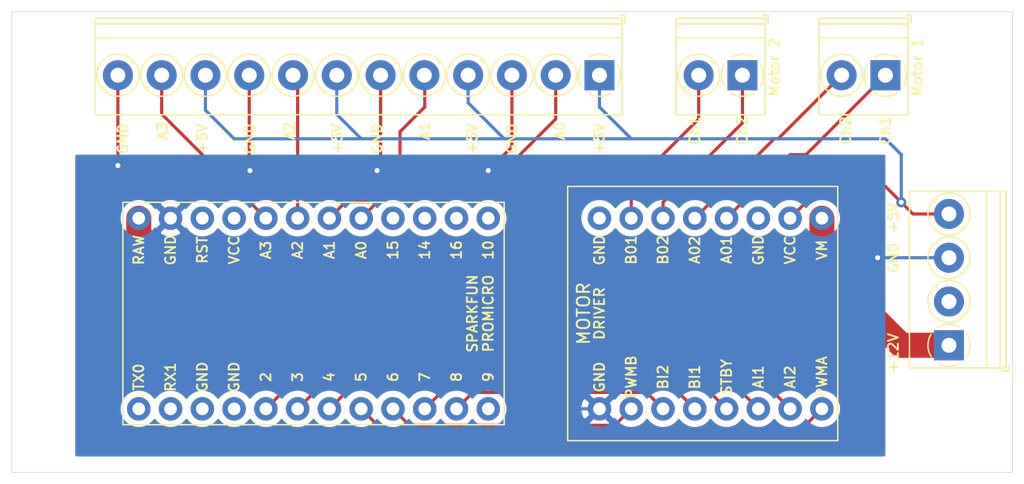
<source format=kicad_pcb>
(kicad_pcb (version 20171130) (host pcbnew "(5.1.8)-1")

  (general
    (thickness 1.6)
    (drawings 29)
    (tracks 93)
    (zones 0)
    (modules 10)
    (nets 33)
  )

  (page A4)
  (title_block
    (title "Watch Winder")
  )

  (layers
    (0 F.Cu signal)
    (31 B.Cu signal)
    (32 B.Adhes user)
    (33 F.Adhes user)
    (34 B.Paste user)
    (35 F.Paste user)
    (36 B.SilkS user)
    (37 F.SilkS user)
    (38 B.Mask user)
    (39 F.Mask user)
    (40 Dwgs.User user)
    (41 Cmts.User user)
    (42 Eco1.User user)
    (43 Eco2.User user)
    (44 Edge.Cuts user)
    (45 Margin user)
    (46 B.CrtYd user)
    (47 F.CrtYd user)
    (48 B.Fab user)
    (49 F.Fab user hide)
  )

  (setup
    (last_trace_width 0.25)
    (trace_clearance 0.25)
    (zone_clearance 0.508)
    (zone_45_only yes)
    (trace_min 0.25)
    (via_size 0.8)
    (via_drill 0.4)
    (via_min_size 0.4)
    (via_min_drill 0.3)
    (uvia_size 0.3)
    (uvia_drill 0.1)
    (uvias_allowed no)
    (uvia_min_size 0.2)
    (uvia_min_drill 0.1)
    (edge_width 0.05)
    (segment_width 0.2)
    (pcb_text_width 0.3)
    (pcb_text_size 1.5 1.5)
    (mod_edge_width 0.12)
    (mod_text_size 0.8 0.8)
    (mod_text_width 0.15)
    (pad_size 1.524 1.524)
    (pad_drill 0.762)
    (pad_to_mask_clearance 0)
    (aux_axis_origin 0 0)
    (visible_elements FFFFFF7F)
    (pcbplotparams
      (layerselection 0x010fc_ffffffff)
      (usegerberextensions false)
      (usegerberattributes true)
      (usegerberadvancedattributes true)
      (creategerberjobfile true)
      (excludeedgelayer true)
      (linewidth 0.100000)
      (plotframeref false)
      (viasonmask false)
      (mode 1)
      (useauxorigin false)
      (hpglpennumber 1)
      (hpglpenspeed 20)
      (hpglpendiameter 15.000000)
      (psnegative false)
      (psa4output false)
      (plotreference true)
      (plotvalue true)
      (plotinvisibletext false)
      (padsonsilk false)
      (subtractmaskfromsilk false)
      (outputformat 1)
      (mirror false)
      (drillshape 0)
      (scaleselection 1)
      (outputdirectory "Gerber/"))
  )

  (net 0 "")
  (net 1 +12V)
  (net 2 GND)
  (net 3 "Net-(B1-Pad22)")
  (net 4 "Net-(B1-Pad21)")
  (net 5 "Net-(B1-Pad20)")
  (net 6 "Net-(B1-Pad19)")
  (net 7 "Net-(B1-Pad18)")
  (net 8 "Net-(B1-Pad17)")
  (net 9 "Net-(B1-Pad16)")
  (net 10 "Net-(B1-Pad15)")
  (net 11 "Net-(B1-Pad14)")
  (net 12 "Net-(B1-Pad13)")
  (net 13 "Net-(B1-Pad12)")
  (net 14 "Net-(B1-Pad11)")
  (net 15 "Net-(B1-Pad10)")
  (net 16 "Net-(B1-Pad9)")
  (net 17 "Net-(B1-Pad8)")
  (net 18 "Net-(B1-Pad7)")
  (net 19 "Net-(B1-Pad6)")
  (net 20 "Net-(B1-Pad5)")
  (net 21 "Net-(B1-Pad4)")
  (net 22 "Net-(B1-Pad3)")
  (net 23 "Net-(B1-Pad2)")
  (net 24 "Net-(B1-Pad1)")
  (net 25 "Net-(J1-Pad2)")
  (net 26 "Net-(J1-Pad1)")
  (net 27 "Net-(J2-Pad2)")
  (net 28 "Net-(J2-Pad1)")
  (net 29 +5V)
  (net 30 "Net-(J4-Pad8)")
  (net 31 "Net-(J4-Pad3)")
  (net 32 "Net-(J5-Pad2)")

  (net_class Default "This is the default net class."
    (clearance 0.25)
    (trace_width 0.25)
    (via_dia 0.8)
    (via_drill 0.4)
    (uvia_dia 0.3)
    (uvia_drill 0.1)
    (diff_pair_width 0.25)
    (diff_pair_gap 0.25)
    (add_net +5V)
    (add_net GND)
    (add_net "Net-(B1-Pad1)")
    (add_net "Net-(B1-Pad10)")
    (add_net "Net-(B1-Pad11)")
    (add_net "Net-(B1-Pad12)")
    (add_net "Net-(B1-Pad13)")
    (add_net "Net-(B1-Pad14)")
    (add_net "Net-(B1-Pad15)")
    (add_net "Net-(B1-Pad16)")
    (add_net "Net-(B1-Pad17)")
    (add_net "Net-(B1-Pad18)")
    (add_net "Net-(B1-Pad19)")
    (add_net "Net-(B1-Pad2)")
    (add_net "Net-(B1-Pad20)")
    (add_net "Net-(B1-Pad21)")
    (add_net "Net-(B1-Pad22)")
    (add_net "Net-(B1-Pad3)")
    (add_net "Net-(B1-Pad4)")
    (add_net "Net-(B1-Pad5)")
    (add_net "Net-(B1-Pad6)")
    (add_net "Net-(B1-Pad7)")
    (add_net "Net-(B1-Pad8)")
    (add_net "Net-(B1-Pad9)")
    (add_net "Net-(J1-Pad1)")
    (add_net "Net-(J1-Pad2)")
    (add_net "Net-(J2-Pad1)")
    (add_net "Net-(J2-Pad2)")
    (add_net "Net-(J4-Pad3)")
    (add_net "Net-(J4-Pad8)")
    (add_net "Net-(J5-Pad2)")
  )

  (net_class 12V ""
    (clearance 0.25)
    (trace_width 2)
    (via_dia 0.8)
    (via_drill 0.4)
    (uvia_dia 0.3)
    (uvia_drill 0.1)
    (diff_pair_width 0.25)
    (diff_pair_gap 0.25)
    (add_net +12V)
  )

  (module MountingHole:MountingHole_3.2mm_M3 (layer F.Cu) (tedit 56D1B4CB) (tstamp 5FDF531C)
    (at 77.47 74.93)
    (descr "Mounting Hole 3.2mm, no annular, M3")
    (tags "mounting hole 3.2mm no annular m3")
    (attr virtual)
    (fp_text reference REF** (at 0 -4.2) (layer F.SilkS) hide
      (effects (font (size 1 1) (thickness 0.15)))
    )
    (fp_text value MountingHole_3.2mm_M3 (at 0 4.2) (layer F.Fab)
      (effects (font (size 1 1) (thickness 0.15)))
    )
    (fp_text user %R (at 0.3 0) (layer F.Fab)
      (effects (font (size 1 1) (thickness 0.15)))
    )
    (fp_circle (center 0 0) (end 3.2 0) (layer Cmts.User) (width 0.15))
    (fp_circle (center 0 0) (end 3.45 0) (layer F.CrtYd) (width 0.05))
    (pad 1 np_thru_hole circle (at 0 0) (size 3.2 3.2) (drill 3.2) (layers *.Cu *.Mask))
  )

  (module MountingHole:MountingHole_3.2mm_M3 (layer F.Cu) (tedit 56D1B4CB) (tstamp 5FDF52F1)
    (at 77.47 106.68)
    (descr "Mounting Hole 3.2mm, no annular, M3")
    (tags "mounting hole 3.2mm no annular m3")
    (attr virtual)
    (fp_text reference REF** (at 0 -4.2) (layer F.SilkS) hide
      (effects (font (size 1 1) (thickness 0.15)))
    )
    (fp_text value MountingHole_3.2mm_M3 (at 0 4.2) (layer F.Fab)
      (effects (font (size 1 1) (thickness 0.15)))
    )
    (fp_text user %R (at 0.3 0) (layer F.Fab)
      (effects (font (size 1 1) (thickness 0.15)))
    )
    (fp_circle (center 0 0) (end 3.2 0) (layer Cmts.User) (width 0.15))
    (fp_circle (center 0 0) (end 3.45 0) (layer F.CrtYd) (width 0.05))
    (pad 1 np_thru_hole circle (at 0 0) (size 3.2 3.2) (drill 3.2) (layers *.Cu *.Mask))
  )

  (module MountingHole:MountingHole_3.2mm_M3 (layer F.Cu) (tedit 56D1B4CB) (tstamp 5FDF52C6)
    (at 152.4 106.68)
    (descr "Mounting Hole 3.2mm, no annular, M3")
    (tags "mounting hole 3.2mm no annular m3")
    (attr virtual)
    (fp_text reference REF** (at 0 -4.2) (layer F.SilkS) hide
      (effects (font (size 1 1) (thickness 0.15)))
    )
    (fp_text value MountingHole_3.2mm_M3 (at 0 4.2) (layer F.Fab)
      (effects (font (size 1 1) (thickness 0.15)))
    )
    (fp_text user %R (at 0.3 0) (layer F.Fab)
      (effects (font (size 1 1) (thickness 0.15)))
    )
    (fp_circle (center 0 0) (end 3.2 0) (layer Cmts.User) (width 0.15))
    (fp_circle (center 0 0) (end 3.45 0) (layer F.CrtYd) (width 0.05))
    (pad 1 np_thru_hole circle (at 0 0) (size 3.2 3.2) (drill 3.2) (layers *.Cu *.Mask))
  )

  (module MountingHole:MountingHole_3.2mm_M3 (layer F.Cu) (tedit 56D1B4CB) (tstamp 5FDF529B)
    (at 152.4 74.93)
    (descr "Mounting Hole 3.2mm, no annular, M3")
    (tags "mounting hole 3.2mm no annular m3")
    (attr virtual)
    (fp_text reference REF** (at 0 -4.2) (layer F.SilkS) hide
      (effects (font (size 1 1) (thickness 0.15)))
    )
    (fp_text value MountingHole_3.2mm_M3 (at 0 4.2) (layer F.Fab)
      (effects (font (size 1 1) (thickness 0.15)))
    )
    (fp_text user %R (at 0.3 0) (layer F.Fab)
      (effects (font (size 1 1) (thickness 0.15)))
    )
    (fp_circle (center 0 0) (end 3.2 0) (layer Cmts.User) (width 0.15))
    (fp_circle (center 0 0) (end 3.45 0) (layer F.CrtYd) (width 0.05))
    (pad 1 np_thru_hole circle (at 0 0) (size 3.2 3.2) (drill 3.2) (layers *.Cu *.Mask))
  )

  (module TerminalBlock_Phoenix:TerminalBlock_Phoenix_PT-1,5-12-3.5-H_1x12_P3.50mm_Horizontal (layer F.Cu) (tedit 5B294F50) (tstamp 5FDEE33B)
    (at 121.92 77.47 180)
    (descr "Terminal Block Phoenix PT-1,5-12-3.5-H, 12 pins, pitch 3.5mm, size 42x7.6mm^2, drill diamater 1.2mm, pad diameter 2.4mm, see , script-generated using https://github.com/pointhi/kicad-footprint-generator/scripts/TerminalBlock_Phoenix")
    (tags "THT Terminal Block Phoenix PT-1,5-12-3.5-H pitch 3.5mm size 42x7.6mm^2 drill 1.2mm pad 2.4mm")
    (path /5FF404C5)
    (fp_text reference J3 (at 19.25 -4.16) (layer F.SilkS) hide
      (effects (font (size 1 1) (thickness 0.15)))
    )
    (fp_text value Screw_Terminal_01x12 (at 19.25 5.56) (layer F.Fab)
      (effects (font (size 1 1) (thickness 0.15)))
    )
    (fp_text user %R (at 19.25 2.4) (layer F.Fab)
      (effects (font (size 1 1) (thickness 0.15)))
    )
    (fp_arc (start 0 0) (end -0.866 1.44) (angle -32) (layer F.SilkS) (width 0.12))
    (fp_arc (start 0 0) (end -1.44 -0.866) (angle -63) (layer F.SilkS) (width 0.12))
    (fp_arc (start 0 0) (end 0.866 -1.44) (angle -63) (layer F.SilkS) (width 0.12))
    (fp_arc (start 0 0) (end 1.425 0.891) (angle -64) (layer F.SilkS) (width 0.12))
    (fp_arc (start 0 0) (end 0 1.68) (angle -32) (layer F.SilkS) (width 0.12))
    (fp_circle (center 0 0) (end 1.5 0) (layer F.Fab) (width 0.1))
    (fp_circle (center 3.5 0) (end 5 0) (layer F.Fab) (width 0.1))
    (fp_circle (center 3.5 0) (end 5.18 0) (layer F.SilkS) (width 0.12))
    (fp_circle (center 7 0) (end 8.5 0) (layer F.Fab) (width 0.1))
    (fp_circle (center 7 0) (end 8.68 0) (layer F.SilkS) (width 0.12))
    (fp_circle (center 10.5 0) (end 12 0) (layer F.Fab) (width 0.1))
    (fp_circle (center 10.5 0) (end 12.18 0) (layer F.SilkS) (width 0.12))
    (fp_circle (center 14 0) (end 15.5 0) (layer F.Fab) (width 0.1))
    (fp_circle (center 14 0) (end 15.68 0) (layer F.SilkS) (width 0.12))
    (fp_circle (center 17.5 0) (end 19 0) (layer F.Fab) (width 0.1))
    (fp_circle (center 17.5 0) (end 19.18 0) (layer F.SilkS) (width 0.12))
    (fp_circle (center 21 0) (end 22.5 0) (layer F.Fab) (width 0.1))
    (fp_circle (center 21 0) (end 22.68 0) (layer F.SilkS) (width 0.12))
    (fp_circle (center 24.5 0) (end 26 0) (layer F.Fab) (width 0.1))
    (fp_circle (center 24.5 0) (end 26.18 0) (layer F.SilkS) (width 0.12))
    (fp_circle (center 28 0) (end 29.5 0) (layer F.Fab) (width 0.1))
    (fp_circle (center 28 0) (end 29.68 0) (layer F.SilkS) (width 0.12))
    (fp_circle (center 31.5 0) (end 33 0) (layer F.Fab) (width 0.1))
    (fp_circle (center 31.5 0) (end 33.18 0) (layer F.SilkS) (width 0.12))
    (fp_circle (center 35 0) (end 36.5 0) (layer F.Fab) (width 0.1))
    (fp_circle (center 35 0) (end 36.68 0) (layer F.SilkS) (width 0.12))
    (fp_circle (center 38.5 0) (end 40 0) (layer F.Fab) (width 0.1))
    (fp_circle (center 38.5 0) (end 40.18 0) (layer F.SilkS) (width 0.12))
    (fp_line (start -1.75 -3.1) (end 40.25 -3.1) (layer F.Fab) (width 0.1))
    (fp_line (start 40.25 -3.1) (end 40.25 4.5) (layer F.Fab) (width 0.1))
    (fp_line (start 40.25 4.5) (end -1.35 4.5) (layer F.Fab) (width 0.1))
    (fp_line (start -1.35 4.5) (end -1.75 4.1) (layer F.Fab) (width 0.1))
    (fp_line (start -1.75 4.1) (end -1.75 -3.1) (layer F.Fab) (width 0.1))
    (fp_line (start -1.75 4.1) (end 40.25 4.1) (layer F.Fab) (width 0.1))
    (fp_line (start -1.81 4.1) (end 40.31 4.1) (layer F.SilkS) (width 0.12))
    (fp_line (start -1.75 3) (end 40.25 3) (layer F.Fab) (width 0.1))
    (fp_line (start -1.81 3) (end 40.31 3) (layer F.SilkS) (width 0.12))
    (fp_line (start -1.81 -3.16) (end 40.31 -3.16) (layer F.SilkS) (width 0.12))
    (fp_line (start -1.81 4.56) (end 40.31 4.56) (layer F.SilkS) (width 0.12))
    (fp_line (start -1.81 -3.16) (end -1.81 4.56) (layer F.SilkS) (width 0.12))
    (fp_line (start 40.31 -3.16) (end 40.31 4.56) (layer F.SilkS) (width 0.12))
    (fp_line (start 1.138 -0.955) (end -0.955 1.138) (layer F.Fab) (width 0.1))
    (fp_line (start 0.955 -1.138) (end -1.138 0.955) (layer F.Fab) (width 0.1))
    (fp_line (start 4.638 -0.955) (end 2.546 1.138) (layer F.Fab) (width 0.1))
    (fp_line (start 4.455 -1.138) (end 2.363 0.955) (layer F.Fab) (width 0.1))
    (fp_line (start 4.775 -1.069) (end 4.646 -0.941) (layer F.SilkS) (width 0.12))
    (fp_line (start 2.525 1.181) (end 2.431 1.274) (layer F.SilkS) (width 0.12))
    (fp_line (start 4.57 -1.275) (end 4.476 -1.181) (layer F.SilkS) (width 0.12))
    (fp_line (start 2.355 0.941) (end 2.226 1.069) (layer F.SilkS) (width 0.12))
    (fp_line (start 8.138 -0.955) (end 6.046 1.138) (layer F.Fab) (width 0.1))
    (fp_line (start 7.955 -1.138) (end 5.863 0.955) (layer F.Fab) (width 0.1))
    (fp_line (start 8.275 -1.069) (end 8.146 -0.941) (layer F.SilkS) (width 0.12))
    (fp_line (start 6.025 1.181) (end 5.931 1.274) (layer F.SilkS) (width 0.12))
    (fp_line (start 8.07 -1.275) (end 7.976 -1.181) (layer F.SilkS) (width 0.12))
    (fp_line (start 5.855 0.941) (end 5.726 1.069) (layer F.SilkS) (width 0.12))
    (fp_line (start 11.638 -0.955) (end 9.546 1.138) (layer F.Fab) (width 0.1))
    (fp_line (start 11.455 -1.138) (end 9.363 0.955) (layer F.Fab) (width 0.1))
    (fp_line (start 11.775 -1.069) (end 11.646 -0.941) (layer F.SilkS) (width 0.12))
    (fp_line (start 9.525 1.181) (end 9.431 1.274) (layer F.SilkS) (width 0.12))
    (fp_line (start 11.57 -1.275) (end 11.476 -1.181) (layer F.SilkS) (width 0.12))
    (fp_line (start 9.355 0.941) (end 9.226 1.069) (layer F.SilkS) (width 0.12))
    (fp_line (start 15.138 -0.955) (end 13.046 1.138) (layer F.Fab) (width 0.1))
    (fp_line (start 14.955 -1.138) (end 12.863 0.955) (layer F.Fab) (width 0.1))
    (fp_line (start 15.275 -1.069) (end 15.146 -0.941) (layer F.SilkS) (width 0.12))
    (fp_line (start 13.025 1.181) (end 12.931 1.274) (layer F.SilkS) (width 0.12))
    (fp_line (start 15.07 -1.275) (end 14.976 -1.181) (layer F.SilkS) (width 0.12))
    (fp_line (start 12.855 0.941) (end 12.726 1.069) (layer F.SilkS) (width 0.12))
    (fp_line (start 18.638 -0.955) (end 16.546 1.138) (layer F.Fab) (width 0.1))
    (fp_line (start 18.455 -1.138) (end 16.363 0.955) (layer F.Fab) (width 0.1))
    (fp_line (start 18.775 -1.069) (end 18.646 -0.941) (layer F.SilkS) (width 0.12))
    (fp_line (start 16.525 1.181) (end 16.431 1.274) (layer F.SilkS) (width 0.12))
    (fp_line (start 18.57 -1.275) (end 18.476 -1.181) (layer F.SilkS) (width 0.12))
    (fp_line (start 16.355 0.941) (end 16.226 1.069) (layer F.SilkS) (width 0.12))
    (fp_line (start 22.138 -0.955) (end 20.046 1.138) (layer F.Fab) (width 0.1))
    (fp_line (start 21.955 -1.138) (end 19.863 0.955) (layer F.Fab) (width 0.1))
    (fp_line (start 22.275 -1.069) (end 22.146 -0.941) (layer F.SilkS) (width 0.12))
    (fp_line (start 20.025 1.181) (end 19.931 1.274) (layer F.SilkS) (width 0.12))
    (fp_line (start 22.07 -1.275) (end 21.976 -1.181) (layer F.SilkS) (width 0.12))
    (fp_line (start 19.855 0.941) (end 19.726 1.069) (layer F.SilkS) (width 0.12))
    (fp_line (start 25.638 -0.955) (end 23.546 1.138) (layer F.Fab) (width 0.1))
    (fp_line (start 25.455 -1.138) (end 23.363 0.955) (layer F.Fab) (width 0.1))
    (fp_line (start 25.775 -1.069) (end 25.646 -0.941) (layer F.SilkS) (width 0.12))
    (fp_line (start 23.525 1.181) (end 23.431 1.274) (layer F.SilkS) (width 0.12))
    (fp_line (start 25.57 -1.275) (end 25.476 -1.181) (layer F.SilkS) (width 0.12))
    (fp_line (start 23.355 0.941) (end 23.226 1.069) (layer F.SilkS) (width 0.12))
    (fp_line (start 29.138 -0.955) (end 27.046 1.138) (layer F.Fab) (width 0.1))
    (fp_line (start 28.955 -1.138) (end 26.863 0.955) (layer F.Fab) (width 0.1))
    (fp_line (start 29.275 -1.069) (end 29.146 -0.941) (layer F.SilkS) (width 0.12))
    (fp_line (start 27.025 1.181) (end 26.931 1.274) (layer F.SilkS) (width 0.12))
    (fp_line (start 29.07 -1.275) (end 28.976 -1.181) (layer F.SilkS) (width 0.12))
    (fp_line (start 26.855 0.941) (end 26.726 1.069) (layer F.SilkS) (width 0.12))
    (fp_line (start 32.638 -0.955) (end 30.546 1.138) (layer F.Fab) (width 0.1))
    (fp_line (start 32.455 -1.138) (end 30.363 0.955) (layer F.Fab) (width 0.1))
    (fp_line (start 32.775 -1.069) (end 32.646 -0.941) (layer F.SilkS) (width 0.12))
    (fp_line (start 30.525 1.181) (end 30.431 1.274) (layer F.SilkS) (width 0.12))
    (fp_line (start 32.57 -1.275) (end 32.476 -1.181) (layer F.SilkS) (width 0.12))
    (fp_line (start 30.355 0.941) (end 30.226 1.069) (layer F.SilkS) (width 0.12))
    (fp_line (start 36.138 -0.955) (end 34.046 1.138) (layer F.Fab) (width 0.1))
    (fp_line (start 35.955 -1.138) (end 33.863 0.955) (layer F.Fab) (width 0.1))
    (fp_line (start 36.275 -1.069) (end 36.146 -0.941) (layer F.SilkS) (width 0.12))
    (fp_line (start 34.025 1.181) (end 33.931 1.274) (layer F.SilkS) (width 0.12))
    (fp_line (start 36.07 -1.275) (end 35.976 -1.181) (layer F.SilkS) (width 0.12))
    (fp_line (start 33.855 0.941) (end 33.726 1.069) (layer F.SilkS) (width 0.12))
    (fp_line (start 39.638 -0.955) (end 37.546 1.138) (layer F.Fab) (width 0.1))
    (fp_line (start 39.455 -1.138) (end 37.363 0.955) (layer F.Fab) (width 0.1))
    (fp_line (start 39.775 -1.069) (end 39.646 -0.941) (layer F.SilkS) (width 0.12))
    (fp_line (start 37.525 1.181) (end 37.431 1.274) (layer F.SilkS) (width 0.12))
    (fp_line (start 39.57 -1.275) (end 39.476 -1.181) (layer F.SilkS) (width 0.12))
    (fp_line (start 37.355 0.941) (end 37.226 1.069) (layer F.SilkS) (width 0.12))
    (fp_line (start -2.05 4.16) (end -2.05 4.8) (layer F.SilkS) (width 0.12))
    (fp_line (start -2.05 4.8) (end -1.65 4.8) (layer F.SilkS) (width 0.12))
    (fp_line (start -2.25 -3.6) (end -2.25 5) (layer F.CrtYd) (width 0.05))
    (fp_line (start -2.25 5) (end 40.75 5) (layer F.CrtYd) (width 0.05))
    (fp_line (start 40.75 5) (end 40.75 -3.6) (layer F.CrtYd) (width 0.05))
    (fp_line (start 40.75 -3.6) (end -2.25 -3.6) (layer F.CrtYd) (width 0.05))
    (pad 12 thru_hole circle (at 38.5 0 180) (size 2.4 2.4) (drill 1.2) (layers *.Cu *.Mask)
      (net 2 GND))
    (pad 11 thru_hole circle (at 35 0 180) (size 2.4 2.4) (drill 1.2) (layers *.Cu *.Mask)
      (net 5 "Net-(B1-Pad20)"))
    (pad 10 thru_hole circle (at 31.5 0 180) (size 2.4 2.4) (drill 1.2) (layers *.Cu *.Mask)
      (net 29 +5V))
    (pad 9 thru_hole circle (at 28 0 180) (size 2.4 2.4) (drill 1.2) (layers *.Cu *.Mask)
      (net 2 GND))
    (pad 8 thru_hole circle (at 24.5 0 180) (size 2.4 2.4) (drill 1.2) (layers *.Cu *.Mask)
      (net 6 "Net-(B1-Pad19)"))
    (pad 7 thru_hole circle (at 21 0 180) (size 2.4 2.4) (drill 1.2) (layers *.Cu *.Mask)
      (net 29 +5V))
    (pad 6 thru_hole circle (at 17.5 0 180) (size 2.4 2.4) (drill 1.2) (layers *.Cu *.Mask)
      (net 2 GND))
    (pad 5 thru_hole circle (at 14 0 180) (size 2.4 2.4) (drill 1.2) (layers *.Cu *.Mask)
      (net 7 "Net-(B1-Pad18)"))
    (pad 4 thru_hole circle (at 10.5 0 180) (size 2.4 2.4) (drill 1.2) (layers *.Cu *.Mask)
      (net 29 +5V))
    (pad 3 thru_hole circle (at 7 0 180) (size 2.4 2.4) (drill 1.2) (layers *.Cu *.Mask)
      (net 2 GND))
    (pad 2 thru_hole circle (at 3.5 0 180) (size 2.4 2.4) (drill 1.2) (layers *.Cu *.Mask)
      (net 8 "Net-(B1-Pad17)"))
    (pad 1 thru_hole rect (at 0 0 180) (size 2.4 2.4) (drill 1.2) (layers *.Cu *.Mask)
      (net 29 +5V))
    (model ${KISYS3DMOD}/TerminalBlock_Phoenix.3dshapes/TerminalBlock_Phoenix_PT-1,5-12-3.5-H_1x12_P3.50mm_Horizontal.wrl
      (at (xyz 0 0 0))
      (scale (xyz 1 1 1))
      (rotate (xyz 0 0 0))
    )
  )

  (module Boards:SPARKFUN_PRO_MICRO (layer F.Cu) (tedit 5FDE42F6) (tstamp 5FDEE263)
    (at 97.79 96.52 90)
    (descr "SPARKFUN PRO MICO FOOTPRINT (WITH USB CONNECTOR)")
    (tags "SPARKFUN PRO MICO FOOTPRINT (WITH USB CONNECTOR)")
    (path /5FDD7A33)
    (attr virtual)
    (fp_text reference B1 (at 0 -15.24 90) (layer F.SilkS) hide
      (effects (font (size 0.6096 0.6096) (thickness 0.127)))
    )
    (fp_text value SPARKFUN (at 0 13.97 90) (layer F.SilkS)
      (effects (font (size 0.8 0.8) (thickness 0.15)))
    )
    (fp_text user PROMICRO (at 0 15.24 90) (layer F.SilkS)
      (effects (font (size 0.8 0.8) (thickness 0.15)))
    )
    (fp_text user VCC (at 5.08 -5.08 90) (layer F.SilkS)
      (effects (font (size 0.8 0.8) (thickness 0.15)))
    )
    (fp_text user 10 (at 5.08 15.24 90) (layer F.SilkS)
      (effects (font (size 0.8 0.8) (thickness 0.15)))
    )
    (fp_text user 16 (at 5.08 12.7 90) (layer F.SilkS)
      (effects (font (size 0.8 0.8) (thickness 0.15)))
    )
    (fp_text user 14 (at 5.08 10.16 90) (layer F.SilkS)
      (effects (font (size 0.8 0.8) (thickness 0.15)))
    )
    (fp_text user 15 (at 5.08 7.62 90) (layer F.SilkS)
      (effects (font (size 0.8 0.8) (thickness 0.15)))
    )
    (fp_text user A0 (at 5.08 5.08 90) (layer F.SilkS)
      (effects (font (size 0.8 0.8) (thickness 0.15)))
    )
    (fp_text user A1 (at 5.08 2.54 90) (layer F.SilkS)
      (effects (font (size 0.8 0.8) (thickness 0.15)))
    )
    (fp_text user A2 (at 5.08 0 90) (layer F.SilkS)
      (effects (font (size 0.8 0.8) (thickness 0.15)))
    )
    (fp_text user A3 (at 5.08 -2.54 90) (layer F.SilkS)
      (effects (font (size 0.8 0.8) (thickness 0.15)))
    )
    (fp_text user RST (at 5.08 -7.62 90) (layer F.SilkS)
      (effects (font (size 0.8 0.8) (thickness 0.15)))
    )
    (fp_text user RAW (at 5.08 -12.7 90) (layer F.SilkS)
      (effects (font (size 0.8 0.8) (thickness 0.15)))
    )
    (fp_text user 9 (at -5.08 15.24 90) (layer F.SilkS)
      (effects (font (size 0.8 0.8) (thickness 0.15)))
    )
    (fp_text user 8 (at -5.08 12.7 90) (layer F.SilkS)
      (effects (font (size 0.8 0.8) (thickness 0.15)))
    )
    (fp_text user 7 (at -5.08 10.16 90) (layer F.SilkS)
      (effects (font (size 0.8 0.8) (thickness 0.15)))
    )
    (fp_text user 6 (at -5.08 7.62 90) (layer F.SilkS)
      (effects (font (size 0.8 0.8) (thickness 0.15)))
    )
    (fp_text user 5 (at -5.08 5.08 90) (layer F.SilkS)
      (effects (font (size 0.8 0.8) (thickness 0.15)))
    )
    (fp_text user 4 (at -5.08 2.54 90) (layer F.SilkS)
      (effects (font (size 0.8 0.8) (thickness 0.15)))
    )
    (fp_text user 3 (at -5.08 0 90) (layer F.SilkS)
      (effects (font (size 0.8 0.8) (thickness 0.15)))
    )
    (fp_text user 2 (at -5.08 -2.54 90) (layer F.SilkS)
      (effects (font (size 0.8 0.8) (thickness 0.15)))
    )
    (fp_text user GND (at 5.08 -10.16 90) (layer F.SilkS)
      (effects (font (size 0.8 0.8) (thickness 0.15)))
    )
    (fp_text user RX1 (at -5.08 -10.16 90) (layer F.SilkS)
      (effects (font (size 0.8 0.8) (thickness 0.15)))
    )
    (fp_text user TX0 (at -5.08 -12.7 90) (layer F.SilkS)
      (effects (font (size 0.8 0.8) (thickness 0.15)))
    )
    (fp_text user USB (at -0.0508 -16.9164 90) (layer Dwgs.User)
      (effects (font (size 0.8128 0.8128) (thickness 0.1524)))
    )
    (fp_line (start -8.89 -16.51) (end -8.89 16.51) (layer Dwgs.User) (width 0.127))
    (fp_line (start -8.89 16.51) (end 8.89 16.51) (layer Dwgs.User) (width 0.127))
    (fp_line (start 8.89 16.51) (end 8.89 -16.51) (layer Dwgs.User) (width 0.127))
    (fp_line (start 8.89 -16.51) (end -8.89 -16.51) (layer Dwgs.User) (width 0.127))
    (fp_line (start -3.81 -16.51) (end -3.81 -17.78) (layer Dwgs.User) (width 0.127))
    (fp_line (start -3.81 -17.78) (end 3.81 -17.78) (layer Dwgs.User) (width 0.127))
    (fp_line (start 3.81 -17.78) (end 3.81 -16.51) (layer Dwgs.User) (width 0.127))
    (fp_text user GND (at -5.08 -7.62 90) (layer F.SilkS)
      (effects (font (size 0.8 0.8) (thickness 0.15)))
    )
    (fp_text user GND (at -5.08 -5.08 90) (layer F.SilkS)
      (effects (font (size 0.8 0.8) (thickness 0.15)))
    )
    (pad 24 thru_hole circle (at 7.62 -12.7 90) (size 1.8796 1.8796) (drill 1.016) (layers *.Cu *.Mask)
      (net 1 +12V) (solder_mask_margin 0.1016))
    (pad 23 thru_hole circle (at 7.62 -10.16 90) (size 1.8796 1.8796) (drill 1.016) (layers *.Cu *.Mask)
      (net 2 GND) (solder_mask_margin 0.1016))
    (pad 22 thru_hole circle (at 7.62 -7.62 90) (size 1.8796 1.8796) (drill 1.016) (layers *.Cu *.Mask)
      (net 3 "Net-(B1-Pad22)") (solder_mask_margin 0.1016))
    (pad 21 thru_hole circle (at 7.62 -5.08 90) (size 1.8796 1.8796) (drill 1.016) (layers *.Cu *.Mask)
      (net 4 "Net-(B1-Pad21)") (solder_mask_margin 0.1016))
    (pad 20 thru_hole circle (at 7.62 -2.54 90) (size 1.8796 1.8796) (drill 1.016) (layers *.Cu *.Mask)
      (net 5 "Net-(B1-Pad20)") (solder_mask_margin 0.1016))
    (pad 19 thru_hole circle (at 7.62 0 90) (size 1.8796 1.8796) (drill 1.016) (layers *.Cu *.Mask)
      (net 6 "Net-(B1-Pad19)") (solder_mask_margin 0.1016))
    (pad 18 thru_hole circle (at 7.62 2.54 90) (size 1.8796 1.8796) (drill 1.016) (layers *.Cu *.Mask)
      (net 7 "Net-(B1-Pad18)") (solder_mask_margin 0.1016))
    (pad 17 thru_hole circle (at 7.62 5.08 90) (size 1.8796 1.8796) (drill 1.016) (layers *.Cu *.Mask)
      (net 8 "Net-(B1-Pad17)") (solder_mask_margin 0.1016))
    (pad 16 thru_hole circle (at 7.62 7.62 90) (size 1.8796 1.8796) (drill 1.016) (layers *.Cu *.Mask)
      (net 9 "Net-(B1-Pad16)") (solder_mask_margin 0.1016))
    (pad 15 thru_hole circle (at 7.62 10.16 90) (size 1.8796 1.8796) (drill 1.016) (layers *.Cu *.Mask)
      (net 10 "Net-(B1-Pad15)") (solder_mask_margin 0.1016))
    (pad 14 thru_hole circle (at 7.62 12.7 90) (size 1.8796 1.8796) (drill 1.016) (layers *.Cu *.Mask)
      (net 11 "Net-(B1-Pad14)") (solder_mask_margin 0.1016))
    (pad 13 thru_hole circle (at 7.62 15.24 90) (size 1.8796 1.8796) (drill 1.016) (layers *.Cu *.Mask)
      (net 12 "Net-(B1-Pad13)") (solder_mask_margin 0.1016))
    (pad 12 thru_hole circle (at -7.62 15.24 90) (size 1.8796 1.8796) (drill 1.016) (layers *.Cu *.Mask)
      (net 13 "Net-(B1-Pad12)") (solder_mask_margin 0.1016))
    (pad 11 thru_hole circle (at -7.62 12.7 90) (size 1.8796 1.8796) (drill 1.016) (layers *.Cu *.Mask)
      (net 14 "Net-(B1-Pad11)") (solder_mask_margin 0.1016))
    (pad 10 thru_hole circle (at -7.62 10.16 90) (size 1.8796 1.8796) (drill 1.016) (layers *.Cu *.Mask)
      (net 15 "Net-(B1-Pad10)") (solder_mask_margin 0.1016))
    (pad 9 thru_hole circle (at -7.62 7.62 90) (size 1.8796 1.8796) (drill 1.016) (layers *.Cu *.Mask)
      (net 16 "Net-(B1-Pad9)") (solder_mask_margin 0.1016))
    (pad 8 thru_hole circle (at -7.62 5.08 90) (size 1.8796 1.8796) (drill 1.016) (layers *.Cu *.Mask)
      (net 17 "Net-(B1-Pad8)") (solder_mask_margin 0.1016))
    (pad 7 thru_hole circle (at -7.62 2.54 90) (size 1.8796 1.8796) (drill 1.016) (layers *.Cu *.Mask)
      (net 18 "Net-(B1-Pad7)") (solder_mask_margin 0.1016))
    (pad 6 thru_hole circle (at -7.62 0 90) (size 1.8796 1.8796) (drill 1.016) (layers *.Cu *.Mask)
      (net 19 "Net-(B1-Pad6)") (solder_mask_margin 0.1016))
    (pad 5 thru_hole circle (at -7.62 -2.54 90) (size 1.8796 1.8796) (drill 1.016) (layers *.Cu *.Mask)
      (net 20 "Net-(B1-Pad5)") (solder_mask_margin 0.1016))
    (pad 4 thru_hole circle (at -7.62 -5.08 90) (size 1.8796 1.8796) (drill 1.016) (layers *.Cu *.Mask)
      (net 21 "Net-(B1-Pad4)") (solder_mask_margin 0.1016))
    (pad 3 thru_hole circle (at -7.62 -7.62 90) (size 1.8796 1.8796) (drill 1.016) (layers *.Cu *.Mask)
      (net 22 "Net-(B1-Pad3)") (solder_mask_margin 0.1016))
    (pad 2 thru_hole circle (at -7.62 -10.16 90) (size 1.8796 1.8796) (drill 1.016) (layers *.Cu *.Mask)
      (net 23 "Net-(B1-Pad2)") (solder_mask_margin 0.1016))
    (pad 1 thru_hole circle (at -7.62 -12.7 90) (size 1.8796 1.8796) (drill 1.016) (layers *.Cu *.Mask)
      (net 24 "Net-(B1-Pad1)") (solder_mask_margin 0.1016))
  )

  (module driver:DRIVER (layer F.Cu) (tedit 5FDE42C1) (tstamp 5FDEE353)
    (at 140.97 96.52 270)
    (path /5FDE2F5F)
    (fp_text reference J4 (at 0 1.27 90) (layer F.SilkS) hide
      (effects (font (size 1 1) (thickness 0.15)))
    )
    (fp_text value MOTOR (at 0 20.32 270) (layer F.SilkS)
      (effects (font (size 1 1) (thickness 0.15)))
    )
    (fp_text user GND (at 5.08 19.05 90) (layer F.SilkS)
      (effects (font (size 0.8 0.8) (thickness 0.15)))
    )
    (fp_text user PWMB (at 5.08 16.51 90) (layer F.SilkS)
      (effects (font (size 0.8 0.8) (thickness 0.15)))
    )
    (fp_text user BI2 (at 5.08 13.97 90) (layer F.SilkS)
      (effects (font (size 0.8 0.8) (thickness 0.15)))
    )
    (fp_text user BI1 (at 5.08 11.43 90) (layer F.SilkS)
      (effects (font (size 0.8 0.8) (thickness 0.15)))
    )
    (fp_text user STBY (at 5.08 8.89 90) (layer F.SilkS)
      (effects (font (size 0.8 0.8) (thickness 0.15)))
    )
    (fp_text user AI1 (at 5.08 6.35 90) (layer F.SilkS)
      (effects (font (size 0.8 0.8) (thickness 0.15)))
    )
    (fp_text user AI2 (at 5.08 3.81 90) (layer F.SilkS)
      (effects (font (size 0.8 0.8) (thickness 0.15)))
    )
    (fp_text user PWMA (at 5.08 1.27 90) (layer F.SilkS)
      (effects (font (size 0.8 0.8) (thickness 0.15)))
    )
    (fp_text user GND (at -5.08 19.05 90) (layer F.SilkS)
      (effects (font (size 0.8 0.8) (thickness 0.15)))
    )
    (fp_text user B01 (at -5.08 16.51 90) (layer F.SilkS)
      (effects (font (size 0.8 0.8) (thickness 0.15)))
    )
    (fp_text user B02 (at -5.08 13.97 90) (layer F.SilkS)
      (effects (font (size 0.8 0.8) (thickness 0.15)))
    )
    (fp_text user A02 (at -5.08 11.43 90) (layer F.SilkS)
      (effects (font (size 0.8 0.8) (thickness 0.15)))
    )
    (fp_text user A01 (at -5.08 8.89 90) (layer F.SilkS)
      (effects (font (size 0.8 0.8) (thickness 0.15)))
    )
    (fp_text user GND (at -5.08 6.35 90) (layer F.SilkS)
      (effects (font (size 0.8 0.8) (thickness 0.15)))
    )
    (fp_text user VCC (at -5.08 3.81 90) (layer F.SilkS)
      (effects (font (size 0.8 0.8) (thickness 0.15)))
    )
    (fp_text user VM (at -5.08 1.27 90) (layer F.SilkS)
      (effects (font (size 0.8 0.8) (thickness 0.15)))
    )
    (fp_text user DRIVER (at 0 19.05 90) (layer F.SilkS)
      (effects (font (size 0.8 0.8) (thickness 0.15)))
    )
    (fp_line (start 10.16 21.59) (end 10.16 0) (layer F.SilkS) (width 0.12))
    (fp_line (start -10.16 0) (end -10.16 21.59) (layer F.SilkS) (width 0.12))
    (fp_line (start -10.16 21.59) (end 10.16 21.59) (layer F.SilkS) (width 0.12))
    (fp_line (start -10.16 0) (end 10.16 0) (layer F.SilkS) (width 0.12))
    (pad 16 thru_hole circle (at 7.62 19.05 270) (size 1.8796 1.8796) (drill 1.016) (layers *.Cu *.Mask)
      (net 2 GND) (solder_mask_margin 0.1016))
    (pad 15 thru_hole circle (at 7.62 16.51 270) (size 1.8796 1.8796) (drill 1.016) (layers *.Cu *.Mask)
      (net 16 "Net-(B1-Pad9)") (solder_mask_margin 0.1016))
    (pad 14 thru_hole circle (at 7.62 13.97 270) (size 1.8796 1.8796) (drill 1.016) (layers *.Cu *.Mask)
      (net 14 "Net-(B1-Pad11)") (solder_mask_margin 0.1016))
    (pad 13 thru_hole circle (at 7.62 11.43 270) (size 1.8796 1.8796) (drill 1.016) (layers *.Cu *.Mask)
      (net 15 "Net-(B1-Pad10)") (solder_mask_margin 0.1016))
    (pad 12 thru_hole circle (at 7.62 8.89 270) (size 1.8796 1.8796) (drill 1.016) (layers *.Cu *.Mask)
      (net 18 "Net-(B1-Pad7)") (solder_mask_margin 0.1016))
    (pad 11 thru_hole circle (at 7.62 6.35 270) (size 1.8796 1.8796) (drill 1.016) (layers *.Cu *.Mask)
      (net 19 "Net-(B1-Pad6)") (solder_mask_margin 0.1016))
    (pad 10 thru_hole circle (at 7.62 3.81 270) (size 1.8796 1.8796) (drill 1.016) (layers *.Cu *.Mask)
      (net 20 "Net-(B1-Pad5)") (solder_mask_margin 0.1016))
    (pad 9 thru_hole circle (at 7.62 1.27 270) (size 1.8796 1.8796) (drill 1.016) (layers *.Cu *.Mask)
      (net 17 "Net-(B1-Pad8)") (solder_mask_margin 0.1016))
    (pad 8 thru_hole circle (at -7.62 19.05 270) (size 1.8796 1.8796) (drill 1.016) (layers *.Cu *.Mask)
      (net 30 "Net-(J4-Pad8)") (solder_mask_margin 0.1016))
    (pad 7 thru_hole circle (at -7.62 16.51 270) (size 1.8796 1.8796) (drill 1.016) (layers *.Cu *.Mask)
      (net 27 "Net-(J2-Pad2)") (solder_mask_margin 0.1016))
    (pad 6 thru_hole circle (at -7.62 13.97 270) (size 1.8796 1.8796) (drill 1.016) (layers *.Cu *.Mask)
      (net 28 "Net-(J2-Pad1)") (solder_mask_margin 0.1016))
    (pad 5 thru_hole circle (at -7.62 11.43 270) (size 1.8796 1.8796) (drill 1.016) (layers *.Cu *.Mask)
      (net 25 "Net-(J1-Pad2)") (solder_mask_margin 0.1016))
    (pad 4 thru_hole circle (at -7.62 8.89 270) (size 1.8796 1.8796) (drill 1.016) (layers *.Cu *.Mask)
      (net 26 "Net-(J1-Pad1)") (solder_mask_margin 0.1016))
    (pad 3 thru_hole circle (at -7.62 6.35 270) (size 1.8796 1.8796) (drill 1.016) (layers *.Cu *.Mask)
      (net 31 "Net-(J4-Pad3)") (solder_mask_margin 0.1016))
    (pad 2 thru_hole circle (at -7.62 3.81 270) (size 1.8796 1.8796) (drill 1.016) (layers *.Cu *.Mask)
      (net 29 +5V) (solder_mask_margin 0.1016))
    (pad 1 thru_hole circle (at -7.62 1.27 270) (size 1.8796 1.8796) (drill 1.016) (layers *.Cu *.Mask)
      (net 1 +12V) (solder_mask_margin 0.1016))
  )

  (module TerminalBlock_Phoenix:TerminalBlock_Phoenix_PT-1,5-4-3.5-H_1x04_P3.50mm_Horizontal (layer F.Cu) (tedit 5B294F40) (tstamp 5FDEE38F)
    (at 149.86 99.06 90)
    (descr "Terminal Block Phoenix PT-1,5-4-3.5-H, 4 pins, pitch 3.5mm, size 14x7.6mm^2, drill diamater 1.2mm, pad diameter 2.4mm, see , script-generated using https://github.com/pointhi/kicad-footprint-generator/scripts/TerminalBlock_Phoenix")
    (tags "THT Terminal Block Phoenix PT-1,5-4-3.5-H pitch 3.5mm size 14x7.6mm^2 drill 1.2mm pad 2.4mm")
    (path /5FE9716C)
    (fp_text reference J5 (at 5.25 -4.16 90) (layer F.SilkS) hide
      (effects (font (size 1 1) (thickness 0.15)))
    )
    (fp_text value Screw_Terminal_01x04 (at 5.25 5.56 90) (layer F.Fab)
      (effects (font (size 1 1) (thickness 0.15)))
    )
    (fp_text user %R (at 5.25 2.4 90) (layer F.Fab)
      (effects (font (size 1 1) (thickness 0.15)))
    )
    (fp_arc (start 0 0) (end -0.866 1.44) (angle -32) (layer F.SilkS) (width 0.12))
    (fp_arc (start 0 0) (end -1.44 -0.866) (angle -63) (layer F.SilkS) (width 0.12))
    (fp_arc (start 0 0) (end 0.866 -1.44) (angle -63) (layer F.SilkS) (width 0.12))
    (fp_arc (start 0 0) (end 1.425 0.891) (angle -64) (layer F.SilkS) (width 0.12))
    (fp_arc (start 0 0) (end 0 1.68) (angle -32) (layer F.SilkS) (width 0.12))
    (fp_circle (center 0 0) (end 1.5 0) (layer F.Fab) (width 0.1))
    (fp_circle (center 3.5 0) (end 5 0) (layer F.Fab) (width 0.1))
    (fp_circle (center 3.5 0) (end 5.18 0) (layer F.SilkS) (width 0.12))
    (fp_circle (center 7 0) (end 8.5 0) (layer F.Fab) (width 0.1))
    (fp_circle (center 7 0) (end 8.68 0) (layer F.SilkS) (width 0.12))
    (fp_circle (center 10.5 0) (end 12 0) (layer F.Fab) (width 0.1))
    (fp_circle (center 10.5 0) (end 12.18 0) (layer F.SilkS) (width 0.12))
    (fp_line (start -1.75 -3.1) (end 12.25 -3.1) (layer F.Fab) (width 0.1))
    (fp_line (start 12.25 -3.1) (end 12.25 4.5) (layer F.Fab) (width 0.1))
    (fp_line (start 12.25 4.5) (end -1.35 4.5) (layer F.Fab) (width 0.1))
    (fp_line (start -1.35 4.5) (end -1.75 4.1) (layer F.Fab) (width 0.1))
    (fp_line (start -1.75 4.1) (end -1.75 -3.1) (layer F.Fab) (width 0.1))
    (fp_line (start -1.75 4.1) (end 12.25 4.1) (layer F.Fab) (width 0.1))
    (fp_line (start -1.81 4.1) (end 12.31 4.1) (layer F.SilkS) (width 0.12))
    (fp_line (start -1.75 3) (end 12.25 3) (layer F.Fab) (width 0.1))
    (fp_line (start -1.81 3) (end 12.31 3) (layer F.SilkS) (width 0.12))
    (fp_line (start -1.81 -3.16) (end 12.31 -3.16) (layer F.SilkS) (width 0.12))
    (fp_line (start -1.81 4.56) (end 12.31 4.56) (layer F.SilkS) (width 0.12))
    (fp_line (start -1.81 -3.16) (end -1.81 4.56) (layer F.SilkS) (width 0.12))
    (fp_line (start 12.31 -3.16) (end 12.31 4.56) (layer F.SilkS) (width 0.12))
    (fp_line (start 1.138 -0.955) (end -0.955 1.138) (layer F.Fab) (width 0.1))
    (fp_line (start 0.955 -1.138) (end -1.138 0.955) (layer F.Fab) (width 0.1))
    (fp_line (start 4.638 -0.955) (end 2.546 1.138) (layer F.Fab) (width 0.1))
    (fp_line (start 4.455 -1.138) (end 2.363 0.955) (layer F.Fab) (width 0.1))
    (fp_line (start 4.775 -1.069) (end 4.646 -0.941) (layer F.SilkS) (width 0.12))
    (fp_line (start 2.525 1.181) (end 2.431 1.274) (layer F.SilkS) (width 0.12))
    (fp_line (start 4.57 -1.275) (end 4.476 -1.181) (layer F.SilkS) (width 0.12))
    (fp_line (start 2.355 0.941) (end 2.226 1.069) (layer F.SilkS) (width 0.12))
    (fp_line (start 8.138 -0.955) (end 6.046 1.138) (layer F.Fab) (width 0.1))
    (fp_line (start 7.955 -1.138) (end 5.863 0.955) (layer F.Fab) (width 0.1))
    (fp_line (start 8.275 -1.069) (end 8.146 -0.941) (layer F.SilkS) (width 0.12))
    (fp_line (start 6.025 1.181) (end 5.931 1.274) (layer F.SilkS) (width 0.12))
    (fp_line (start 8.07 -1.275) (end 7.976 -1.181) (layer F.SilkS) (width 0.12))
    (fp_line (start 5.855 0.941) (end 5.726 1.069) (layer F.SilkS) (width 0.12))
    (fp_line (start 11.638 -0.955) (end 9.546 1.138) (layer F.Fab) (width 0.1))
    (fp_line (start 11.455 -1.138) (end 9.363 0.955) (layer F.Fab) (width 0.1))
    (fp_line (start 11.775 -1.069) (end 11.646 -0.941) (layer F.SilkS) (width 0.12))
    (fp_line (start 9.525 1.181) (end 9.431 1.274) (layer F.SilkS) (width 0.12))
    (fp_line (start 11.57 -1.275) (end 11.476 -1.181) (layer F.SilkS) (width 0.12))
    (fp_line (start 9.355 0.941) (end 9.226 1.069) (layer F.SilkS) (width 0.12))
    (fp_line (start -2.05 4.16) (end -2.05 4.8) (layer F.SilkS) (width 0.12))
    (fp_line (start -2.05 4.8) (end -1.65 4.8) (layer F.SilkS) (width 0.12))
    (fp_line (start -2.25 -3.6) (end -2.25 5) (layer F.CrtYd) (width 0.05))
    (fp_line (start -2.25 5) (end 12.75 5) (layer F.CrtYd) (width 0.05))
    (fp_line (start 12.75 5) (end 12.75 -3.6) (layer F.CrtYd) (width 0.05))
    (fp_line (start 12.75 -3.6) (end -2.25 -3.6) (layer F.CrtYd) (width 0.05))
    (pad 4 thru_hole circle (at 10.5 0 90) (size 2.4 2.4) (drill 1.2) (layers *.Cu *.Mask)
      (net 29 +5V))
    (pad 3 thru_hole circle (at 7 0 90) (size 2.4 2.4) (drill 1.2) (layers *.Cu *.Mask)
      (net 2 GND))
    (pad 2 thru_hole circle (at 3.5 0 90) (size 2.4 2.4) (drill 1.2) (layers *.Cu *.Mask)
      (net 32 "Net-(J5-Pad2)"))
    (pad 1 thru_hole rect (at 0 0 90) (size 2.4 2.4) (drill 1.2) (layers *.Cu *.Mask)
      (net 1 +12V))
    (model ${KISYS3DMOD}/TerminalBlock_Phoenix.3dshapes/TerminalBlock_Phoenix_PT-1,5-4-3.5-H_1x04_P3.50mm_Horizontal.wrl
      (at (xyz 0 0 0))
      (scale (xyz 1 1 1))
      (rotate (xyz 0 0 0))
    )
  )

  (module TerminalBlock_Phoenix:TerminalBlock_Phoenix_PT-1,5-2-3.5-H_1x02_P3.50mm_Horizontal (layer F.Cu) (tedit 5B294F3F) (tstamp 5FDEE2B7)
    (at 133.35 77.47 180)
    (descr "Terminal Block Phoenix PT-1,5-2-3.5-H, 2 pins, pitch 3.5mm, size 7x7.6mm^2, drill diamater 1.2mm, pad diameter 2.4mm, see , script-generated using https://github.com/pointhi/kicad-footprint-generator/scripts/TerminalBlock_Phoenix")
    (tags "THT Terminal Block Phoenix PT-1,5-2-3.5-H pitch 3.5mm size 7x7.6mm^2 drill 1.2mm pad 2.4mm")
    (path /5FE958D1)
    (fp_text reference J2 (at 1.75 -4.16) (layer F.SilkS) hide
      (effects (font (size 1 1) (thickness 0.15)))
    )
    (fp_text value Screw_Terminal_01x02 (at 1.75 5.56) (layer F.Fab)
      (effects (font (size 1 1) (thickness 0.15)))
    )
    (fp_text user %R (at 1.75 2.4) (layer F.Fab)
      (effects (font (size 1 1) (thickness 0.15)))
    )
    (fp_arc (start 0 0) (end -0.866 1.44) (angle -32) (layer F.SilkS) (width 0.12))
    (fp_arc (start 0 0) (end -1.44 -0.866) (angle -63) (layer F.SilkS) (width 0.12))
    (fp_arc (start 0 0) (end 0.866 -1.44) (angle -63) (layer F.SilkS) (width 0.12))
    (fp_arc (start 0 0) (end 1.425 0.891) (angle -64) (layer F.SilkS) (width 0.12))
    (fp_arc (start 0 0) (end 0 1.68) (angle -32) (layer F.SilkS) (width 0.12))
    (fp_circle (center 0 0) (end 1.5 0) (layer F.Fab) (width 0.1))
    (fp_circle (center 3.5 0) (end 5 0) (layer F.Fab) (width 0.1))
    (fp_circle (center 3.5 0) (end 5.18 0) (layer F.SilkS) (width 0.12))
    (fp_line (start -1.75 -3.1) (end 5.25 -3.1) (layer F.Fab) (width 0.1))
    (fp_line (start 5.25 -3.1) (end 5.25 4.5) (layer F.Fab) (width 0.1))
    (fp_line (start 5.25 4.5) (end -1.35 4.5) (layer F.Fab) (width 0.1))
    (fp_line (start -1.35 4.5) (end -1.75 4.1) (layer F.Fab) (width 0.1))
    (fp_line (start -1.75 4.1) (end -1.75 -3.1) (layer F.Fab) (width 0.1))
    (fp_line (start -1.75 4.1) (end 5.25 4.1) (layer F.Fab) (width 0.1))
    (fp_line (start -1.81 4.1) (end 5.31 4.1) (layer F.SilkS) (width 0.12))
    (fp_line (start -1.75 3) (end 5.25 3) (layer F.Fab) (width 0.1))
    (fp_line (start -1.81 3) (end 5.31 3) (layer F.SilkS) (width 0.12))
    (fp_line (start -1.81 -3.16) (end 5.31 -3.16) (layer F.SilkS) (width 0.12))
    (fp_line (start -1.81 4.56) (end 5.31 4.56) (layer F.SilkS) (width 0.12))
    (fp_line (start -1.81 -3.16) (end -1.81 4.56) (layer F.SilkS) (width 0.12))
    (fp_line (start 5.31 -3.16) (end 5.31 4.56) (layer F.SilkS) (width 0.12))
    (fp_line (start 1.138 -0.955) (end -0.955 1.138) (layer F.Fab) (width 0.1))
    (fp_line (start 0.955 -1.138) (end -1.138 0.955) (layer F.Fab) (width 0.1))
    (fp_line (start 4.638 -0.955) (end 2.546 1.138) (layer F.Fab) (width 0.1))
    (fp_line (start 4.455 -1.138) (end 2.363 0.955) (layer F.Fab) (width 0.1))
    (fp_line (start 4.775 -1.069) (end 4.646 -0.941) (layer F.SilkS) (width 0.12))
    (fp_line (start 2.525 1.181) (end 2.431 1.274) (layer F.SilkS) (width 0.12))
    (fp_line (start 4.57 -1.275) (end 4.476 -1.181) (layer F.SilkS) (width 0.12))
    (fp_line (start 2.355 0.941) (end 2.226 1.069) (layer F.SilkS) (width 0.12))
    (fp_line (start -2.05 4.16) (end -2.05 4.8) (layer F.SilkS) (width 0.12))
    (fp_line (start -2.05 4.8) (end -1.65 4.8) (layer F.SilkS) (width 0.12))
    (fp_line (start -2.25 -3.6) (end -2.25 5) (layer F.CrtYd) (width 0.05))
    (fp_line (start -2.25 5) (end 5.75 5) (layer F.CrtYd) (width 0.05))
    (fp_line (start 5.75 5) (end 5.75 -3.6) (layer F.CrtYd) (width 0.05))
    (fp_line (start 5.75 -3.6) (end -2.25 -3.6) (layer F.CrtYd) (width 0.05))
    (pad 2 thru_hole circle (at 3.5 0 180) (size 2.4 2.4) (drill 1.2) (layers *.Cu *.Mask)
      (net 27 "Net-(J2-Pad2)"))
    (pad 1 thru_hole rect (at 0 0 180) (size 2.4 2.4) (drill 1.2) (layers *.Cu *.Mask)
      (net 28 "Net-(J2-Pad1)"))
    (model ${KISYS3DMOD}/TerminalBlock_Phoenix.3dshapes/TerminalBlock_Phoenix_PT-1,5-2-3.5-H_1x02_P3.50mm_Horizontal.wrl
      (at (xyz 0 0 0))
      (scale (xyz 1 1 1))
      (rotate (xyz 0 0 0))
    )
  )

  (module TerminalBlock_Phoenix:TerminalBlock_Phoenix_PT-1,5-2-3.5-H_1x02_P3.50mm_Horizontal (layer F.Cu) (tedit 5B294F3F) (tstamp 5FDEE28D)
    (at 144.78 77.47 180)
    (descr "Terminal Block Phoenix PT-1,5-2-3.5-H, 2 pins, pitch 3.5mm, size 7x7.6mm^2, drill diamater 1.2mm, pad diameter 2.4mm, see , script-generated using https://github.com/pointhi/kicad-footprint-generator/scripts/TerminalBlock_Phoenix")
    (tags "THT Terminal Block Phoenix PT-1,5-2-3.5-H pitch 3.5mm size 7x7.6mm^2 drill 1.2mm pad 2.4mm")
    (path /5FE9657D)
    (fp_text reference J1 (at 1.75 -4.16) (layer F.SilkS) hide
      (effects (font (size 1 1) (thickness 0.15)))
    )
    (fp_text value Screw_Terminal_01x02 (at 1.75 5.56) (layer F.Fab)
      (effects (font (size 1 1) (thickness 0.15)))
    )
    (fp_text user %R (at 1.75 2.54) (layer F.Fab)
      (effects (font (size 1 1) (thickness 0.15)))
    )
    (fp_arc (start 0 0) (end -0.866 1.44) (angle -32) (layer F.SilkS) (width 0.12))
    (fp_arc (start 0 0) (end -1.44 -0.866) (angle -63) (layer F.SilkS) (width 0.12))
    (fp_arc (start 0 0) (end 0.866 -1.44) (angle -63) (layer F.SilkS) (width 0.12))
    (fp_arc (start 0 0) (end 1.425 0.891) (angle -64) (layer F.SilkS) (width 0.12))
    (fp_arc (start 0 0) (end 0 1.68) (angle -32) (layer F.SilkS) (width 0.12))
    (fp_circle (center 0 0) (end 1.5 0) (layer F.Fab) (width 0.1))
    (fp_circle (center 3.5 0) (end 5 0) (layer F.Fab) (width 0.1))
    (fp_circle (center 3.5 0) (end 5.18 0) (layer F.SilkS) (width 0.12))
    (fp_line (start -1.75 -3.1) (end 5.25 -3.1) (layer F.Fab) (width 0.1))
    (fp_line (start 5.25 -3.1) (end 5.25 4.5) (layer F.Fab) (width 0.1))
    (fp_line (start 5.25 4.5) (end -1.35 4.5) (layer F.Fab) (width 0.1))
    (fp_line (start -1.35 4.5) (end -1.75 4.1) (layer F.Fab) (width 0.1))
    (fp_line (start -1.75 4.1) (end -1.75 -3.1) (layer F.Fab) (width 0.1))
    (fp_line (start -1.75 4.1) (end 5.25 4.1) (layer F.Fab) (width 0.1))
    (fp_line (start -1.81 4.1) (end 5.31 4.1) (layer F.SilkS) (width 0.12))
    (fp_line (start -1.75 3) (end 5.25 3) (layer F.Fab) (width 0.1))
    (fp_line (start -1.81 3) (end 5.31 3) (layer F.SilkS) (width 0.12))
    (fp_line (start -1.81 -3.16) (end 5.31 -3.16) (layer F.SilkS) (width 0.12))
    (fp_line (start -1.81 4.56) (end 5.31 4.56) (layer F.SilkS) (width 0.12))
    (fp_line (start -1.81 -3.16) (end -1.81 4.56) (layer F.SilkS) (width 0.12))
    (fp_line (start 5.31 -3.16) (end 5.31 4.56) (layer F.SilkS) (width 0.12))
    (fp_line (start 1.138 -0.955) (end -0.955 1.138) (layer F.Fab) (width 0.1))
    (fp_line (start 0.955 -1.138) (end -1.138 0.955) (layer F.Fab) (width 0.1))
    (fp_line (start 4.638 -0.955) (end 2.546 1.138) (layer F.Fab) (width 0.1))
    (fp_line (start 4.455 -1.138) (end 2.363 0.955) (layer F.Fab) (width 0.1))
    (fp_line (start 4.775 -1.069) (end 4.646 -0.941) (layer F.SilkS) (width 0.12))
    (fp_line (start 2.525 1.181) (end 2.431 1.274) (layer F.SilkS) (width 0.12))
    (fp_line (start 4.57 -1.275) (end 4.476 -1.181) (layer F.SilkS) (width 0.12))
    (fp_line (start 2.355 0.941) (end 2.226 1.069) (layer F.SilkS) (width 0.12))
    (fp_line (start -2.05 4.16) (end -2.05 4.8) (layer F.SilkS) (width 0.12))
    (fp_line (start -2.05 4.8) (end -1.65 4.8) (layer F.SilkS) (width 0.12))
    (fp_line (start -2.25 -3.6) (end -2.25 5) (layer F.CrtYd) (width 0.05))
    (fp_line (start -2.25 5) (end 5.75 5) (layer F.CrtYd) (width 0.05))
    (fp_line (start 5.75 5) (end 5.75 -3.6) (layer F.CrtYd) (width 0.05))
    (fp_line (start 5.75 -3.6) (end -2.25 -3.6) (layer F.CrtYd) (width 0.05))
    (pad 2 thru_hole circle (at 3.5 0 180) (size 2.4 2.4) (drill 1.2) (layers *.Cu *.Mask)
      (net 25 "Net-(J1-Pad2)"))
    (pad 1 thru_hole rect (at 0 0 180) (size 2.4 2.4) (drill 1.2) (layers *.Cu *.Mask)
      (net 26 "Net-(J1-Pad1)"))
    (model ${KISYS3DMOD}/TerminalBlock_Phoenix.3dshapes/TerminalBlock_Phoenix_PT-1,5-2-3.5-H_1x02_P3.50mm_Horizontal.wrl
      (at (xyz 0 0 0))
      (scale (xyz 1 1 1))
      (rotate (xyz 0 0 0))
    )
  )

  (gr_text +5V (at 121.92 82.55 90) (layer F.SilkS)
    (effects (font (size 0.8 0.8) (thickness 0.15)))
  )
  (gr_text A0 (at 118.745 81.915 90) (layer F.SilkS)
    (effects (font (size 0.8 0.8) (thickness 0.15)))
  )
  (gr_text GND (at 114.935 82.55 90) (layer F.SilkS)
    (effects (font (size 0.8 0.8) (thickness 0.15)))
  )
  (gr_text +5V (at 111.76 82.55 90) (layer F.SilkS)
    (effects (font (size 0.8 0.8) (thickness 0.15)))
  )
  (gr_text A1 (at 107.95 81.915 90) (layer F.SilkS)
    (effects (font (size 0.8 0.8) (thickness 0.15)))
  )
  (gr_text GND (at 104.14 82.55 90) (layer F.SilkS)
    (effects (font (size 0.8 0.8) (thickness 0.15)))
  )
  (gr_text +5V (at 100.965 82.55 90) (layer F.SilkS)
    (effects (font (size 0.8 0.8) (thickness 0.15)))
  )
  (gr_text A2 (at 97.155 81.915 90) (layer F.SilkS)
    (effects (font (size 0.8 0.8) (thickness 0.15)))
  )
  (gr_text GND (at 93.98 82.55 90) (layer F.SilkS)
    (effects (font (size 0.8 0.8) (thickness 0.15)))
  )
  (gr_text +5V (at 90.17 82.55 90) (layer F.SilkS)
    (effects (font (size 0.8 0.8) (thickness 0.15)))
  )
  (gr_text A3 (at 86.995 81.915 90) (layer F.SilkS)
    (effects (font (size 0.8 0.8) (thickness 0.15)))
  )
  (gr_text GND (at 83.82 82.55 90) (layer F.SilkS)
    (effects (font (size 0.8 0.8) (thickness 0.15)))
  )
  (gr_text "Motor 2" (at 135.89 76.835 90) (layer F.SilkS)
    (effects (font (size 0.8 0.8) (thickness 0.15)))
  )
  (gr_text "Motor 1" (at 147.32 76.835 90) (layer F.SilkS)
    (effects (font (size 0.8 0.8) (thickness 0.15)))
  )
  (gr_text Ch1 (at 129.54 81.915 90) (layer F.SilkS)
    (effects (font (size 0.8 0.8) (thickness 0.15)))
  )
  (gr_text Ch2 (at 133.35 81.915 90) (layer F.SilkS)
    (effects (font (size 0.8 0.8) (thickness 0.15)))
  )
  (gr_text Ch1 (at 144.78 81.915 90) (layer F.SilkS)
    (effects (font (size 0.8 0.8) (thickness 0.15)))
  )
  (gr_text Ch2 (at 141.605 81.915 90) (layer F.SilkS)
    (effects (font (size 0.8 0.8) (thickness 0.15)))
  )
  (gr_text +12V (at 145.415 99.695 90) (layer F.SilkS)
    (effects (font (size 0.8 0.8) (thickness 0.15)))
  )
  (gr_text GND (at 145.415 92.075 90) (layer F.SilkS)
    (effects (font (size 0.8 0.8) (thickness 0.15)))
  )
  (gr_text +5V (at 145.415 88.9 90) (layer F.SilkS)
    (effects (font (size 0.8 0.8) (thickness 0.15)))
  )
  (gr_line (start 83.82 105.41) (end 83.82 87.63) (layer F.SilkS) (width 0.12) (tstamp 5FDEFB12))
  (gr_line (start 114.3 105.41) (end 83.82 105.41) (layer F.SilkS) (width 0.12))
  (gr_line (start 114.3 87.63) (end 114.3 105.41) (layer F.SilkS) (width 0.12))
  (gr_line (start 83.82 87.63) (end 114.3 87.63) (layer F.SilkS) (width 0.12))
  (gr_line (start 74.93 109.22) (end 74.93 72.39) (layer Edge.Cuts) (width 0.05) (tstamp 5FDEF936))
  (gr_line (start 154.94 109.22) (end 74.93 109.22) (layer Edge.Cuts) (width 0.05))
  (gr_line (start 154.94 72.39) (end 154.94 109.22) (layer Edge.Cuts) (width 0.05))
  (gr_line (start 74.93 72.39) (end 154.94 72.39) (layer Edge.Cuts) (width 0.05))

  (segment (start 139.7 92.1) (end 139.7 88.9) (width 2) (layer F.Cu) (net 1))
  (segment (start 85.09 90.229077) (end 85.09 88.9) (width 2) (layer F.Cu) (net 1))
  (segment (start 86.960923 92.1) (end 85.09 90.229077) (width 2) (layer F.Cu) (net 1))
  (segment (start 139.7 92.1) (end 86.960923 92.1) (width 2) (layer F.Cu) (net 1))
  (segment (start 139.7 92.71) (end 139.7 92.1) (width 2) (layer F.Cu) (net 1))
  (segment (start 146.05 99.06) (end 139.7 92.71) (width 2) (layer F.Cu) (net 1))
  (segment (start 149.86 99.06) (end 146.05 99.06) (width 2) (layer F.Cu) (net 1))
  (segment (start 121.92 104.14) (end 119.38 104.14) (width 0.25) (layer B.Cu) (net 2))
  (segment (start 83.42 77.47) (end 83.42 84.69) (width 0.25) (layer F.Cu) (net 2))
  (via (at 83.42 84.69) (size 0.8) (drill 0.4) (layers F.Cu B.Cu) (net 2))
  (via (at 93.98 85.09) (size 0.8) (drill 0.4) (layers F.Cu B.Cu) (net 2))
  (segment (start 93.92 85.03) (end 93.98 85.09) (width 0.25) (layer F.Cu) (net 2))
  (segment (start 93.92 77.47) (end 93.92 85.03) (width 0.25) (layer F.Cu) (net 2))
  (via (at 104.14 85.09) (size 0.8) (drill 0.4) (layers F.Cu B.Cu) (net 2))
  (segment (start 104.42 84.81) (end 104.14 85.09) (width 0.25) (layer F.Cu) (net 2))
  (segment (start 104.42 77.47) (end 104.42 84.81) (width 0.25) (layer F.Cu) (net 2))
  (via (at 113.03 85.09) (size 0.8) (drill 0.4) (layers F.Cu B.Cu) (net 2))
  (segment (start 114.92 83.2) (end 113.03 85.09) (width 0.25) (layer F.Cu) (net 2))
  (segment (start 114.92 77.47) (end 114.92 83.2) (width 0.25) (layer F.Cu) (net 2))
  (segment (start 149.86 92.06) (end 144.16 92.06) (width 0.25) (layer B.Cu) (net 2))
  (via (at 144.16 92.06) (size 0.8) (drill 0.4) (layers F.Cu B.Cu) (net 2))
  (segment (start 86.92 80.57) (end 86.92 77.47) (width 0.25) (layer F.Cu) (net 5))
  (segment (start 95.25 88.9) (end 86.92 80.57) (width 0.25) (layer F.Cu) (net 5))
  (segment (start 97.82 88.87) (end 97.79 88.9) (width 0.25) (layer F.Cu) (net 6))
  (segment (start 97.79 77.84) (end 97.42 77.47) (width 0.25) (layer F.Cu) (net 6))
  (segment (start 97.79 88.9) (end 97.79 77.84) (width 0.25) (layer F.Cu) (net 6))
  (segment (start 107.95 80.01) (end 107.95 77.5) (width 0.25) (layer F.Cu) (net 7))
  (segment (start 105.97288 81.98712) (end 107.95 80.01) (width 0.25) (layer F.Cu) (net 7))
  (segment (start 105.97288 85.09) (end 105.97288 81.98712) (width 0.25) (layer F.Cu) (net 7))
  (segment (start 107.95 77.5) (end 107.92 77.47) (width 0.25) (layer F.Cu) (net 7))
  (segment (start 103.477681 87.585199) (end 105.97288 85.09) (width 0.25) (layer F.Cu) (net 7))
  (segment (start 101.644801 87.585199) (end 103.477681 87.585199) (width 0.25) (layer F.Cu) (net 7))
  (segment (start 100.33 88.9) (end 101.644801 87.585199) (width 0.25) (layer F.Cu) (net 7))
  (segment (start 118.42 80.97) (end 118.42 77.47) (width 0.25) (layer F.Cu) (net 8))
  (segment (start 115.57 86.36) (end 115.57 83.82) (width 0.25) (layer F.Cu) (net 8))
  (segment (start 105.41 86.36) (end 115.57 86.36) (width 0.25) (layer F.Cu) (net 8))
  (segment (start 115.57 83.82) (end 118.42 80.97) (width 0.25) (layer F.Cu) (net 8))
  (segment (start 102.87 88.9) (end 105.41 86.36) (width 0.25) (layer F.Cu) (net 8))
  (segment (start 125.685199 102.825199) (end 127 104.14) (width 0.25) (layer F.Cu) (net 14))
  (segment (start 111.804801 102.825199) (end 125.685199 102.825199) (width 0.25) (layer F.Cu) (net 14))
  (segment (start 110.49 104.14) (end 111.804801 102.825199) (width 0.25) (layer F.Cu) (net 14))
  (segment (start 127.725189 102.325189) (end 129.54 104.14) (width 0.25) (layer F.Cu) (net 15))
  (segment (start 109.764811 102.325189) (end 127.725189 102.325189) (width 0.25) (layer F.Cu) (net 15))
  (segment (start 107.95 104.14) (end 109.764811 102.325189) (width 0.25) (layer F.Cu) (net 15))
  (segment (start 106.724801 105.454801) (end 105.41 104.14) (width 0.25) (layer F.Cu) (net 16))
  (segment (start 123.145199 105.454801) (end 106.724801 105.454801) (width 0.25) (layer F.Cu) (net 16))
  (segment (start 124.46 104.14) (end 123.145199 105.454801) (width 0.25) (layer F.Cu) (net 16))
  (segment (start 105.41 106.68) (end 102.87 104.14) (width 0.25) (layer F.Cu) (net 17))
  (segment (start 137.16 106.68) (end 105.41 106.68) (width 0.25) (layer F.Cu) (net 17))
  (segment (start 139.7 104.14) (end 137.16 106.68) (width 0.25) (layer F.Cu) (net 17))
  (segment (start 129.765179 101.825179) (end 132.08 104.14) (width 0.25) (layer F.Cu) (net 18))
  (segment (start 102.644821 101.825179) (end 129.765179 101.825179) (width 0.25) (layer F.Cu) (net 18))
  (segment (start 100.33 104.14) (end 102.644821 101.825179) (width 0.25) (layer F.Cu) (net 18))
  (segment (start 131.805169 101.325169) (end 134.62 104.14) (width 0.25) (layer F.Cu) (net 19))
  (segment (start 100.604831 101.325169) (end 131.805169 101.325169) (width 0.25) (layer F.Cu) (net 19))
  (segment (start 97.79 104.14) (end 100.604831 101.325169) (width 0.25) (layer F.Cu) (net 19))
  (segment (start 133.845159 100.825159) (end 137.16 104.14) (width 0.25) (layer F.Cu) (net 20))
  (segment (start 98.564841 100.825159) (end 133.845159 100.825159) (width 0.25) (layer F.Cu) (net 20))
  (segment (start 95.25 104.14) (end 98.564841 100.825159) (width 0.25) (layer F.Cu) (net 20))
  (segment (start 129.54 88.9) (end 135.89 82.55) (width 0.25) (layer F.Cu) (net 25))
  (segment (start 136.2 82.55) (end 141.28 77.47) (width 0.25) (layer F.Cu) (net 25))
  (segment (start 135.89 82.55) (end 136.2 82.55) (width 0.25) (layer F.Cu) (net 25))
  (segment (start 132.08 88.9) (end 137.16 83.82) (width 0.25) (layer F.Cu) (net 26))
  (segment (start 138.43 83.82) (end 144.78 77.47) (width 0.25) (layer F.Cu) (net 26))
  (segment (start 137.16 83.82) (end 138.43 83.82) (width 0.25) (layer F.Cu) (net 26))
  (segment (start 124.46 88.9) (end 124.46 86.36) (width 0.25) (layer F.Cu) (net 27))
  (segment (start 129.85 80.97) (end 129.85 77.47) (width 0.25) (layer F.Cu) (net 27))
  (segment (start 124.46 86.36) (end 129.85 80.97) (width 0.25) (layer F.Cu) (net 27))
  (segment (start 127 88.9) (end 127 87.63) (width 0.25) (layer F.Cu) (net 28))
  (segment (start 133.35 81.28) (end 133.35 77.47) (width 0.25) (layer F.Cu) (net 28))
  (segment (start 127 87.63) (end 133.35 81.28) (width 0.25) (layer F.Cu) (net 28))
  (segment (start 118.11 82.55) (end 144.78 82.55) (width 0.25) (layer B.Cu) (net 29))
  (segment (start 121.92 77.47) (end 121.92 80.01) (width 0.25) (layer B.Cu) (net 29))
  (segment (start 121.92 80.01) (end 124.46 82.55) (width 0.25) (layer B.Cu) (net 29))
  (segment (start 111.42 77.47) (end 111.42 79.67) (width 0.25) (layer B.Cu) (net 29))
  (segment (start 111.42 79.67) (end 114.3 82.55) (width 0.25) (layer B.Cu) (net 29))
  (segment (start 114.3 82.55) (end 118.11 82.55) (width 0.25) (layer B.Cu) (net 29))
  (segment (start 107.95 82.55) (end 114.3 82.55) (width 0.25) (layer B.Cu) (net 29))
  (segment (start 100.92 80.6) (end 102.87 82.55) (width 0.25) (layer B.Cu) (net 29))
  (segment (start 100.92 77.47) (end 100.92 80.6) (width 0.25) (layer B.Cu) (net 29))
  (segment (start 102.87 82.55) (end 96.52 82.55) (width 0.25) (layer B.Cu) (net 29))
  (segment (start 107.95 82.55) (end 102.87 82.55) (width 0.25) (layer B.Cu) (net 29))
  (segment (start 90.42 80.26) (end 92.71 82.55) (width 0.25) (layer B.Cu) (net 29))
  (segment (start 90.42 77.47) (end 90.42 80.26) (width 0.25) (layer B.Cu) (net 29))
  (segment (start 96.52 82.55) (end 92.71 82.55) (width 0.25) (layer B.Cu) (net 29))
  (segment (start 149.86 88.56) (end 146.98 88.56) (width 0.25) (layer F.Cu) (net 29))
  (via (at 146.05 87.63) (size 0.8) (drill 0.4) (layers F.Cu B.Cu) (net 29) (status 1000000))
  (segment (start 146.98 88.56) (end 146.05 87.63) (width 0.25) (layer F.Cu) (net 29))
  (segment (start 146.05 87.63) (end 146.05 83.82) (width 0.25) (layer B.Cu) (net 29))
  (segment (start 146.05 83.82) (end 144.78 82.55) (width 0.25) (layer B.Cu) (net 29))
  (segment (start 144.78 86.36) (end 146.05 87.63) (width 0.25) (layer F.Cu) (net 29))
  (segment (start 139.7 86.36) (end 144.78 86.36) (width 0.25) (layer F.Cu) (net 29))
  (segment (start 137.16 88.9) (end 139.7 86.36) (width 0.25) (layer F.Cu) (net 29))

  (zone (net 2) (net_name GND) (layer B.Cu) (tstamp 5FDF771B) (hatch edge 0.508)
    (connect_pads (clearance 0.508))
    (min_thickness 0.254)
    (fill yes (arc_segments 32) (thermal_gap 0.508) (thermal_bridge_width 0.508))
    (polygon
      (pts
        (xy 144.78 107.95) (xy 80.01 107.95) (xy 80.01 83.82) (xy 144.78 83.82)
      )
    )
    (filled_polygon
      (pts
        (xy 144.653 107.823) (xy 80.137 107.823) (xy 80.137 103.984896) (xy 83.5152 103.984896) (xy 83.5152 104.295104)
        (xy 83.575718 104.599352) (xy 83.69443 104.885948) (xy 83.866773 105.143877) (xy 84.086123 105.363227) (xy 84.344052 105.53557)
        (xy 84.630648 105.654282) (xy 84.934896 105.7148) (xy 85.245104 105.7148) (xy 85.549352 105.654282) (xy 85.835948 105.53557)
        (xy 86.093877 105.363227) (xy 86.313227 105.143877) (xy 86.36 105.073876) (xy 86.406773 105.143877) (xy 86.626123 105.363227)
        (xy 86.884052 105.53557) (xy 87.170648 105.654282) (xy 87.474896 105.7148) (xy 87.785104 105.7148) (xy 88.089352 105.654282)
        (xy 88.375948 105.53557) (xy 88.633877 105.363227) (xy 88.853227 105.143877) (xy 88.9 105.073876) (xy 88.946773 105.143877)
        (xy 89.166123 105.363227) (xy 89.424052 105.53557) (xy 89.710648 105.654282) (xy 90.014896 105.7148) (xy 90.325104 105.7148)
        (xy 90.629352 105.654282) (xy 90.915948 105.53557) (xy 91.173877 105.363227) (xy 91.393227 105.143877) (xy 91.44 105.073876)
        (xy 91.486773 105.143877) (xy 91.706123 105.363227) (xy 91.964052 105.53557) (xy 92.250648 105.654282) (xy 92.554896 105.7148)
        (xy 92.865104 105.7148) (xy 93.169352 105.654282) (xy 93.455948 105.53557) (xy 93.713877 105.363227) (xy 93.933227 105.143877)
        (xy 93.98 105.073876) (xy 94.026773 105.143877) (xy 94.246123 105.363227) (xy 94.504052 105.53557) (xy 94.790648 105.654282)
        (xy 95.094896 105.7148) (xy 95.405104 105.7148) (xy 95.709352 105.654282) (xy 95.995948 105.53557) (xy 96.253877 105.363227)
        (xy 96.473227 105.143877) (xy 96.52 105.073876) (xy 96.566773 105.143877) (xy 96.786123 105.363227) (xy 97.044052 105.53557)
        (xy 97.330648 105.654282) (xy 97.634896 105.7148) (xy 97.945104 105.7148) (xy 98.249352 105.654282) (xy 98.535948 105.53557)
        (xy 98.793877 105.363227) (xy 99.013227 105.143877) (xy 99.06 105.073876) (xy 99.106773 105.143877) (xy 99.326123 105.363227)
        (xy 99.584052 105.53557) (xy 99.870648 105.654282) (xy 100.174896 105.7148) (xy 100.485104 105.7148) (xy 100.789352 105.654282)
        (xy 101.075948 105.53557) (xy 101.333877 105.363227) (xy 101.553227 105.143877) (xy 101.6 105.073876) (xy 101.646773 105.143877)
        (xy 101.866123 105.363227) (xy 102.124052 105.53557) (xy 102.410648 105.654282) (xy 102.714896 105.7148) (xy 103.025104 105.7148)
        (xy 103.329352 105.654282) (xy 103.615948 105.53557) (xy 103.873877 105.363227) (xy 104.093227 105.143877) (xy 104.14 105.073876)
        (xy 104.186773 105.143877) (xy 104.406123 105.363227) (xy 104.664052 105.53557) (xy 104.950648 105.654282) (xy 105.254896 105.7148)
        (xy 105.565104 105.7148) (xy 105.869352 105.654282) (xy 106.155948 105.53557) (xy 106.413877 105.363227) (xy 106.633227 105.143877)
        (xy 106.68 105.073876) (xy 106.726773 105.143877) (xy 106.946123 105.363227) (xy 107.204052 105.53557) (xy 107.490648 105.654282)
        (xy 107.794896 105.7148) (xy 108.105104 105.7148) (xy 108.409352 105.654282) (xy 108.695948 105.53557) (xy 108.953877 105.363227)
        (xy 109.173227 105.143877) (xy 109.22 105.073876) (xy 109.266773 105.143877) (xy 109.486123 105.363227) (xy 109.744052 105.53557)
        (xy 110.030648 105.654282) (xy 110.334896 105.7148) (xy 110.645104 105.7148) (xy 110.949352 105.654282) (xy 111.235948 105.53557)
        (xy 111.493877 105.363227) (xy 111.713227 105.143877) (xy 111.76 105.073876) (xy 111.806773 105.143877) (xy 112.026123 105.363227)
        (xy 112.284052 105.53557) (xy 112.570648 105.654282) (xy 112.874896 105.7148) (xy 113.185104 105.7148) (xy 113.489352 105.654282)
        (xy 113.775948 105.53557) (xy 114.033877 105.363227) (xy 114.164628 105.232476) (xy 121.007129 105.232476) (xy 121.095623 105.490723)
        (xy 121.374976 105.625597) (xy 121.675275 105.703381) (xy 121.984977 105.721084) (xy 122.292184 105.678027) (xy 122.585086 105.575865)
        (xy 122.744377 105.490723) (xy 122.832871 105.232476) (xy 121.92 104.319605) (xy 121.007129 105.232476) (xy 114.164628 105.232476)
        (xy 114.253227 105.143877) (xy 114.42557 104.885948) (xy 114.544282 104.599352) (xy 114.6048 104.295104) (xy 114.6048 104.204977)
        (xy 120.338916 104.204977) (xy 120.381973 104.512184) (xy 120.484135 104.805086) (xy 120.569277 104.964377) (xy 120.827524 105.052871)
        (xy 121.740395 104.14) (xy 122.099605 104.14) (xy 123.012476 105.052871) (xy 123.145505 105.007286) (xy 123.236773 105.143877)
        (xy 123.456123 105.363227) (xy 123.714052 105.53557) (xy 124.000648 105.654282) (xy 124.304896 105.7148) (xy 124.615104 105.7148)
        (xy 124.919352 105.654282) (xy 125.205948 105.53557) (xy 125.463877 105.363227) (xy 125.683227 105.143877) (xy 125.73 105.073876)
        (xy 125.776773 105.143877) (xy 125.996123 105.363227) (xy 126.254052 105.53557) (xy 126.540648 105.654282) (xy 126.844896 105.7148)
        (xy 127.155104 105.7148) (xy 127.459352 105.654282) (xy 127.745948 105.53557) (xy 128.003877 105.363227) (xy 128.223227 105.143877)
        (xy 128.27 105.073876) (xy 128.316773 105.143877) (xy 128.536123 105.363227) (xy 128.794052 105.53557) (xy 129.080648 105.654282)
        (xy 129.384896 105.7148) (xy 129.695104 105.7148) (xy 129.999352 105.654282) (xy 130.285948 105.53557) (xy 130.543877 105.363227)
        (xy 130.763227 105.143877) (xy 130.81 105.073876) (xy 130.856773 105.143877) (xy 131.076123 105.363227) (xy 131.334052 105.53557)
        (xy 131.620648 105.654282) (xy 131.924896 105.7148) (xy 132.235104 105.7148) (xy 132.539352 105.654282) (xy 132.825948 105.53557)
        (xy 133.083877 105.363227) (xy 133.303227 105.143877) (xy 133.35 105.073876) (xy 133.396773 105.143877) (xy 133.616123 105.363227)
        (xy 133.874052 105.53557) (xy 134.160648 105.654282) (xy 134.464896 105.7148) (xy 134.775104 105.7148) (xy 135.079352 105.654282)
        (xy 135.365948 105.53557) (xy 135.623877 105.363227) (xy 135.843227 105.143877) (xy 135.89 105.073876) (xy 135.936773 105.143877)
        (xy 136.156123 105.363227) (xy 136.414052 105.53557) (xy 136.700648 105.654282) (xy 137.004896 105.7148) (xy 137.315104 105.7148)
        (xy 137.619352 105.654282) (xy 137.905948 105.53557) (xy 138.163877 105.363227) (xy 138.383227 105.143877) (xy 138.43 105.073876)
        (xy 138.476773 105.143877) (xy 138.696123 105.363227) (xy 138.954052 105.53557) (xy 139.240648 105.654282) (xy 139.544896 105.7148)
        (xy 139.855104 105.7148) (xy 140.159352 105.654282) (xy 140.445948 105.53557) (xy 140.703877 105.363227) (xy 140.923227 105.143877)
        (xy 141.09557 104.885948) (xy 141.214282 104.599352) (xy 141.2748 104.295104) (xy 141.2748 103.984896) (xy 141.214282 103.680648)
        (xy 141.09557 103.394052) (xy 140.923227 103.136123) (xy 140.703877 102.916773) (xy 140.445948 102.74443) (xy 140.159352 102.625718)
        (xy 139.855104 102.5652) (xy 139.544896 102.5652) (xy 139.240648 102.625718) (xy 138.954052 102.74443) (xy 138.696123 102.916773)
        (xy 138.476773 103.136123) (xy 138.43 103.206124) (xy 138.383227 103.136123) (xy 138.163877 102.916773) (xy 137.905948 102.74443)
        (xy 137.619352 102.625718) (xy 137.315104 102.5652) (xy 137.004896 102.5652) (xy 136.700648 102.625718) (xy 136.414052 102.74443)
        (xy 136.156123 102.916773) (xy 135.936773 103.136123) (xy 135.89 103.206124) (xy 135.843227 103.136123) (xy 135.623877 102.916773)
        (xy 135.365948 102.74443) (xy 135.079352 102.625718) (xy 134.775104 102.5652) (xy 134.464896 102.5652) (xy 134.160648 102.625718)
        (xy 133.874052 102.74443) (xy 133.616123 102.916773) (xy 133.396773 103.136123) (xy 133.35 103.206124) (xy 133.303227 103.136123)
        (xy 133.083877 102.916773) (xy 132.825948 102.74443) (xy 132.539352 102.625718) (xy 132.235104 102.5652) (xy 131.924896 102.5652)
        (xy 131.620648 102.625718) (xy 131.334052 102.74443) (xy 131.076123 102.916773) (xy 130.856773 103.136123) (xy 130.81 103.206124)
        (xy 130.763227 103.136123) (xy 130.543877 102.916773) (xy 130.285948 102.74443) (xy 129.999352 102.625718) (xy 129.695104 102.5652)
        (xy 129.384896 102.5652) (xy 129.080648 102.625718) (xy 128.794052 102.74443) (xy 128.536123 102.916773) (xy 128.316773 103.136123)
        (xy 128.27 103.206124) (xy 128.223227 103.136123) (xy 128.003877 102.916773) (xy 127.745948 102.74443) (xy 127.459352 102.625718)
        (xy 127.155104 102.5652) (xy 126.844896 102.5652) (xy 126.540648 102.625718) (xy 126.254052 102.74443) (xy 125.996123 102.916773)
        (xy 125.776773 103.136123) (xy 125.73 103.206124) (xy 125.683227 103.136123) (xy 125.463877 102.916773) (xy 125.205948 102.74443)
        (xy 124.919352 102.625718) (xy 124.615104 102.5652) (xy 124.304896 102.5652) (xy 124.000648 102.625718) (xy 123.714052 102.74443)
        (xy 123.456123 102.916773) (xy 123.236773 103.136123) (xy 123.145505 103.272714) (xy 123.012476 103.227129) (xy 122.099605 104.14)
        (xy 121.740395 104.14) (xy 120.827524 103.227129) (xy 120.569277 103.315623) (xy 120.434403 103.594976) (xy 120.356619 103.895275)
        (xy 120.338916 104.204977) (xy 114.6048 104.204977) (xy 114.6048 103.984896) (xy 114.544282 103.680648) (xy 114.42557 103.394052)
        (xy 114.253227 103.136123) (xy 114.164628 103.047524) (xy 121.007129 103.047524) (xy 121.92 103.960395) (xy 122.832871 103.047524)
        (xy 122.744377 102.789277) (xy 122.465024 102.654403) (xy 122.164725 102.576619) (xy 121.855023 102.558916) (xy 121.547816 102.601973)
        (xy 121.254914 102.704135) (xy 121.095623 102.789277) (xy 121.007129 103.047524) (xy 114.164628 103.047524) (xy 114.033877 102.916773)
        (xy 113.775948 102.74443) (xy 113.489352 102.625718) (xy 113.185104 102.5652) (xy 112.874896 102.5652) (xy 112.570648 102.625718)
        (xy 112.284052 102.74443) (xy 112.026123 102.916773) (xy 111.806773 103.136123) (xy 111.76 103.206124) (xy 111.713227 103.136123)
        (xy 111.493877 102.916773) (xy 111.235948 102.74443) (xy 110.949352 102.625718) (xy 110.645104 102.5652) (xy 110.334896 102.5652)
        (xy 110.030648 102.625718) (xy 109.744052 102.74443) (xy 109.486123 102.916773) (xy 109.266773 103.136123) (xy 109.22 103.206124)
        (xy 109.173227 103.136123) (xy 108.953877 102.916773) (xy 108.695948 102.74443) (xy 108.409352 102.625718) (xy 108.105104 102.5652)
        (xy 107.794896 102.5652) (xy 107.490648 102.625718) (xy 107.204052 102.74443) (xy 106.946123 102.916773) (xy 106.726773 103.136123)
        (xy 106.68 103.206124) (xy 106.633227 103.136123) (xy 106.413877 102.916773) (xy 106.155948 102.74443) (xy 105.869352 102.625718)
        (xy 105.565104 102.5652) (xy 105.254896 102.5652) (xy 104.950648 102.625718) (xy 104.664052 102.74443) (xy 104.406123 102.916773)
        (xy 104.186773 103.136123) (xy 104.14 103.206124) (xy 104.093227 103.136123) (xy 103.873877 102.916773) (xy 103.615948 102.74443)
        (xy 103.329352 102.625718) (xy 103.025104 102.5652) (xy 102.714896 102.5652) (xy 102.410648 102.625718) (xy 102.124052 102.74443)
        (xy 101.866123 102.916773) (xy 101.646773 103.136123) (xy 101.6 103.206124) (xy 101.553227 103.136123) (xy 101.333877 102.916773)
        (xy 101.075948 102.74443) (xy 100.789352 102.625718) (xy 100.485104 102.5652) (xy 100.174896 102.5652) (xy 99.870648 102.625718)
        (xy 99.584052 102.74443) (xy 99.326123 102.916773) (xy 99.106773 103.136123) (xy 99.06 103.206124) (xy 99.013227 103.136123)
        (xy 98.793877 102.916773) (xy 98.535948 102.74443) (xy 98.249352 102.625718) (xy 97.945104 102.5652) (xy 97.634896 102.5652)
        (xy 97.330648 102.625718) (xy 97.044052 102.74443) (xy 96.786123 102.916773) (xy 96.566773 103.136123) (xy 96.52 103.206124)
        (xy 96.473227 103.136123) (xy 96.253877 102.916773) (xy 95.995948 102.74443) (xy 95.709352 102.625718) (xy 95.405104 102.5652)
        (xy 95.094896 102.5652) (xy 94.790648 102.625718) (xy 94.504052 102.74443) (xy 94.246123 102.916773) (xy 94.026773 103.136123)
        (xy 93.98 103.206124) (xy 93.933227 103.136123) (xy 93.713877 102.916773) (xy 93.455948 102.74443) (xy 93.169352 102.625718)
        (xy 92.865104 102.5652) (xy 92.554896 102.5652) (xy 92.250648 102.625718) (xy 91.964052 102.74443) (xy 91.706123 102.916773)
        (xy 91.486773 103.136123) (xy 91.44 103.206124) (xy 91.393227 103.136123) (xy 91.173877 102.916773) (xy 90.915948 102.74443)
        (xy 90.629352 102.625718) (xy 90.325104 102.5652) (xy 90.014896 102.5652) (xy 89.710648 102.625718) (xy 89.424052 102.74443)
        (xy 89.166123 102.916773) (xy 88.946773 103.136123) (xy 88.9 103.206124) (xy 88.853227 103.136123) (xy 88.633877 102.916773)
        (xy 88.375948 102.74443) (xy 88.089352 102.625718) (xy 87.785104 102.5652) (xy 87.474896 102.5652) (xy 87.170648 102.625718)
        (xy 86.884052 102.74443) (xy 86.626123 102.916773) (xy 86.406773 103.136123) (xy 86.36 103.206124) (xy 86.313227 103.136123)
        (xy 86.093877 102.916773) (xy 85.835948 102.74443) (xy 85.549352 102.625718) (xy 85.245104 102.5652) (xy 84.934896 102.5652)
        (xy 84.630648 102.625718) (xy 84.344052 102.74443) (xy 84.086123 102.916773) (xy 83.866773 103.136123) (xy 83.69443 103.394052)
        (xy 83.575718 103.680648) (xy 83.5152 103.984896) (xy 80.137 103.984896) (xy 80.137 88.744896) (xy 83.5152 88.744896)
        (xy 83.5152 89.055104) (xy 83.575718 89.359352) (xy 83.69443 89.645948) (xy 83.866773 89.903877) (xy 84.086123 90.123227)
        (xy 84.344052 90.29557) (xy 84.630648 90.414282) (xy 84.934896 90.4748) (xy 85.245104 90.4748) (xy 85.549352 90.414282)
        (xy 85.835948 90.29557) (xy 86.093877 90.123227) (xy 86.224628 89.992476) (xy 86.717129 89.992476) (xy 86.805623 90.250723)
        (xy 87.084976 90.385597) (xy 87.385275 90.463381) (xy 87.694977 90.481084) (xy 88.002184 90.438027) (xy 88.295086 90.335865)
        (xy 88.454377 90.250723) (xy 88.542871 89.992476) (xy 87.63 89.079605) (xy 86.717129 89.992476) (xy 86.224628 89.992476)
        (xy 86.313227 89.903877) (xy 86.404495 89.767286) (xy 86.537524 89.812871) (xy 87.450395 88.9) (xy 87.809605 88.9)
        (xy 88.722476 89.812871) (xy 88.855505 89.767286) (xy 88.946773 89.903877) (xy 89.166123 90.123227) (xy 89.424052 90.29557)
        (xy 89.710648 90.414282) (xy 90.014896 90.4748) (xy 90.325104 90.4748) (xy 90.629352 90.414282) (xy 90.915948 90.29557)
        (xy 91.173877 90.123227) (xy 91.393227 89.903877) (xy 91.44 89.833876) (xy 91.486773 89.903877) (xy 91.706123 90.123227)
        (xy 91.964052 90.29557) (xy 92.250648 90.414282) (xy 92.554896 90.4748) (xy 92.865104 90.4748) (xy 93.169352 90.414282)
        (xy 93.455948 90.29557) (xy 93.713877 90.123227) (xy 93.933227 89.903877) (xy 93.98 89.833876) (xy 94.026773 89.903877)
        (xy 94.246123 90.123227) (xy 94.504052 90.29557) (xy 94.790648 90.414282) (xy 95.094896 90.4748) (xy 95.405104 90.4748)
        (xy 95.709352 90.414282) (xy 95.995948 90.29557) (xy 96.253877 90.123227) (xy 96.473227 89.903877) (xy 96.52 89.833876)
        (xy 96.566773 89.903877) (xy 96.786123 90.123227) (xy 97.044052 90.29557) (xy 97.330648 90.414282) (xy 97.634896 90.4748)
        (xy 97.945104 90.4748) (xy 98.249352 90.414282) (xy 98.535948 90.29557) (xy 98.793877 90.123227) (xy 99.013227 89.903877)
        (xy 99.06 89.833876) (xy 99.106773 89.903877) (xy 99.326123 90.123227) (xy 99.584052 90.29557) (xy 99.870648 90.414282)
        (xy 100.174896 90.4748) (xy 100.485104 90.4748) (xy 100.789352 90.414282) (xy 101.075948 90.29557) (xy 101.333877 90.123227)
        (xy 101.553227 89.903877) (xy 101.6 89.833876) (xy 101.646773 89.903877) (xy 101.866123 90.123227) (xy 102.124052 90.29557)
        (xy 102.410648 90.414282) (xy 102.714896 90.4748) (xy 103.025104 90.4748) (xy 103.329352 90.414282) (xy 103.615948 90.29557)
        (xy 103.873877 90.123227) (xy 104.093227 89.903877) (xy 104.14 89.833876) (xy 104.186773 89.903877) (xy 104.406123 90.123227)
        (xy 104.664052 90.29557) (xy 104.950648 90.414282) (xy 105.254896 90.4748) (xy 105.565104 90.4748) (xy 105.869352 90.414282)
        (xy 106.155948 90.29557) (xy 106.413877 90.123227) (xy 106.633227 89.903877) (xy 106.68 89.833876) (xy 106.726773 89.903877)
        (xy 106.946123 90.123227) (xy 107.204052 90.29557) (xy 107.490648 90.414282) (xy 107.794896 90.4748) (xy 108.105104 90.4748)
        (xy 108.409352 90.414282) (xy 108.695948 90.29557) (xy 108.953877 90.123227) (xy 109.173227 89.903877) (xy 109.22 89.833876)
        (xy 109.266773 89.903877) (xy 109.486123 90.123227) (xy 109.744052 90.29557) (xy 110.030648 90.414282) (xy 110.334896 90.4748)
        (xy 110.645104 90.4748) (xy 110.949352 90.414282) (xy 111.235948 90.29557) (xy 111.493877 90.123227) (xy 111.713227 89.903877)
        (xy 111.76 89.833876) (xy 111.806773 89.903877) (xy 112.026123 90.123227) (xy 112.284052 90.29557) (xy 112.570648 90.414282)
        (xy 112.874896 90.4748) (xy 113.185104 90.4748) (xy 113.489352 90.414282) (xy 113.775948 90.29557) (xy 114.033877 90.123227)
        (xy 114.253227 89.903877) (xy 114.42557 89.645948) (xy 114.544282 89.359352) (xy 114.6048 89.055104) (xy 114.6048 88.744896)
        (xy 120.3452 88.744896) (xy 120.3452 89.055104) (xy 120.405718 89.359352) (xy 120.52443 89.645948) (xy 120.696773 89.903877)
        (xy 120.916123 90.123227) (xy 121.174052 90.29557) (xy 121.460648 90.414282) (xy 121.764896 90.4748) (xy 122.075104 90.4748)
        (xy 122.379352 90.414282) (xy 122.665948 90.29557) (xy 122.923877 90.123227) (xy 123.143227 89.903877) (xy 123.19 89.833876)
        (xy 123.236773 89.903877) (xy 123.456123 90.123227) (xy 123.714052 90.29557) (xy 124.000648 90.414282) (xy 124.304896 90.4748)
        (xy 124.615104 90.4748) (xy 124.919352 90.414282) (xy 125.205948 90.29557) (xy 125.463877 90.123227) (xy 125.683227 89.903877)
        (xy 125.73 89.833876) (xy 125.776773 89.903877) (xy 125.996123 90.123227) (xy 126.254052 90.29557) (xy 126.540648 90.414282)
        (xy 126.844896 90.4748) (xy 127.155104 90.4748) (xy 127.459352 90.414282) (xy 127.745948 90.29557) (xy 128.003877 90.123227)
        (xy 128.223227 89.903877) (xy 128.27 89.833876) (xy 128.316773 89.903877) (xy 128.536123 90.123227) (xy 128.794052 90.29557)
        (xy 129.080648 90.414282) (xy 129.384896 90.4748) (xy 129.695104 90.4748) (xy 129.999352 90.414282) (xy 130.285948 90.29557)
        (xy 130.543877 90.123227) (xy 130.763227 89.903877) (xy 130.81 89.833876) (xy 130.856773 89.903877) (xy 131.076123 90.123227)
        (xy 131.334052 90.29557) (xy 131.620648 90.414282) (xy 131.924896 90.4748) (xy 132.235104 90.4748) (xy 132.539352 90.414282)
        (xy 132.825948 90.29557) (xy 133.083877 90.123227) (xy 133.303227 89.903877) (xy 133.35 89.833876) (xy 133.396773 89.903877)
        (xy 133.616123 90.123227) (xy 133.874052 90.29557) (xy 134.160648 90.414282) (xy 134.464896 90.4748) (xy 134.775104 90.4748)
        (xy 135.079352 90.414282) (xy 135.365948 90.29557) (xy 135.623877 90.123227) (xy 135.843227 89.903877) (xy 135.89 89.833876)
        (xy 135.936773 89.903877) (xy 136.156123 90.123227) (xy 136.414052 90.29557) (xy 136.700648 90.414282) (xy 137.004896 90.4748)
        (xy 137.315104 90.4748) (xy 137.619352 90.414282) (xy 137.905948 90.29557) (xy 138.163877 90.123227) (xy 138.383227 89.903877)
        (xy 138.43 89.833876) (xy 138.476773 89.903877) (xy 138.696123 90.123227) (xy 138.954052 90.29557) (xy 139.240648 90.414282)
        (xy 139.544896 90.4748) (xy 139.855104 90.4748) (xy 140.159352 90.414282) (xy 140.445948 90.29557) (xy 140.703877 90.123227)
        (xy 140.923227 89.903877) (xy 141.09557 89.645948) (xy 141.214282 89.359352) (xy 141.2748 89.055104) (xy 141.2748 88.744896)
        (xy 141.214282 88.440648) (xy 141.09557 88.154052) (xy 140.923227 87.896123) (xy 140.703877 87.676773) (xy 140.445948 87.50443)
        (xy 140.159352 87.385718) (xy 139.855104 87.3252) (xy 139.544896 87.3252) (xy 139.240648 87.385718) (xy 138.954052 87.50443)
        (xy 138.696123 87.676773) (xy 138.476773 87.896123) (xy 138.43 87.966124) (xy 138.383227 87.896123) (xy 138.163877 87.676773)
        (xy 137.905948 87.50443) (xy 137.619352 87.385718) (xy 137.315104 87.3252) (xy 137.004896 87.3252) (xy 136.700648 87.385718)
        (xy 136.414052 87.50443) (xy 136.156123 87.676773) (xy 135.936773 87.896123) (xy 135.89 87.966124) (xy 135.843227 87.896123)
        (xy 135.623877 87.676773) (xy 135.365948 87.50443) (xy 135.079352 87.385718) (xy 134.775104 87.3252) (xy 134.464896 87.3252)
        (xy 134.160648 87.385718) (xy 133.874052 87.50443) (xy 133.616123 87.676773) (xy 133.396773 87.896123) (xy 133.35 87.966124)
        (xy 133.303227 87.896123) (xy 133.083877 87.676773) (xy 132.825948 87.50443) (xy 132.539352 87.385718) (xy 132.235104 87.3252)
        (xy 131.924896 87.3252) (xy 131.620648 87.385718) (xy 131.334052 87.50443) (xy 131.076123 87.676773) (xy 130.856773 87.896123)
        (xy 130.81 87.966124) (xy 130.763227 87.896123) (xy 130.543877 87.676773) (xy 130.285948 87.50443) (xy 129.999352 87.385718)
        (xy 129.695104 87.3252) (xy 129.384896 87.3252) (xy 129.080648 87.385718) (xy 128.794052 87.50443) (xy 128.536123 87.676773)
        (xy 128.316773 87.896123) (xy 128.27 87.966124) (xy 128.223227 87.896123) (xy 128.003877 87.676773) (xy 127.745948 87.50443)
        (xy 127.459352 87.385718) (xy 127.155104 87.3252) (xy 126.844896 87.3252) (xy 126.540648 87.385718) (xy 126.254052 87.50443)
        (xy 125.996123 87.676773) (xy 125.776773 87.896123) (xy 125.73 87.966124) (xy 125.683227 87.896123) (xy 125.463877 87.676773)
        (xy 125.205948 87.50443) (xy 124.919352 87.385718) (xy 124.615104 87.3252) (xy 124.304896 87.3252) (xy 124.000648 87.385718)
        (xy 123.714052 87.50443) (xy 123.456123 87.676773) (xy 123.236773 87.896123) (xy 123.19 87.966124) (xy 123.143227 87.896123)
        (xy 122.923877 87.676773) (xy 122.665948 87.50443) (xy 122.379352 87.385718) (xy 122.075104 87.3252) (xy 121.764896 87.3252)
        (xy 121.460648 87.385718) (xy 121.174052 87.50443) (xy 120.916123 87.676773) (xy 120.696773 87.896123) (xy 120.52443 88.154052)
        (xy 120.405718 88.440648) (xy 120.3452 88.744896) (xy 114.6048 88.744896) (xy 114.544282 88.440648) (xy 114.42557 88.154052)
        (xy 114.253227 87.896123) (xy 114.033877 87.676773) (xy 113.775948 87.50443) (xy 113.489352 87.385718) (xy 113.185104 87.3252)
        (xy 112.874896 87.3252) (xy 112.570648 87.385718) (xy 112.284052 87.50443) (xy 112.026123 87.676773) (xy 111.806773 87.896123)
        (xy 111.76 87.966124) (xy 111.713227 87.896123) (xy 111.493877 87.676773) (xy 111.235948 87.50443) (xy 110.949352 87.385718)
        (xy 110.645104 87.3252) (xy 110.334896 87.3252) (xy 110.030648 87.385718) (xy 109.744052 87.50443) (xy 109.486123 87.676773)
        (xy 109.266773 87.896123) (xy 109.22 87.966124) (xy 109.173227 87.896123) (xy 108.953877 87.676773) (xy 108.695948 87.50443)
        (xy 108.409352 87.385718) (xy 108.105104 87.3252) (xy 107.794896 87.3252) (xy 107.490648 87.385718) (xy 107.204052 87.50443)
        (xy 106.946123 87.676773) (xy 106.726773 87.896123) (xy 106.68 87.966124) (xy 106.633227 87.896123) (xy 106.413877 87.676773)
        (xy 106.155948 87.50443) (xy 105.869352 87.385718) (xy 105.565104 87.3252) (xy 105.254896 87.3252) (xy 104.950648 87.385718)
        (xy 104.664052 87.50443) (xy 104.406123 87.676773) (xy 104.186773 87.896123) (xy 104.14 87.966124) (xy 104.093227 87.896123)
        (xy 103.873877 87.676773) (xy 103.615948 87.50443) (xy 103.329352 87.385718) (xy 103.025104 87.3252) (xy 102.714896 87.3252)
        (xy 102.410648 87.385718) (xy 102.124052 87.50443) (xy 101.866123 87.676773) (xy 101.646773 87.896123) (xy 101.6 87.966124)
        (xy 101.553227 87.896123) (xy 101.333877 87.676773) (xy 101.075948 87.50443) (xy 100.789352 87.385718) (xy 100.485104 87.3252)
        (xy 100.174896 87.3252) (xy 99.870648 87.385718) (xy 99.584052 87.50443) (xy 99.326123 87.676773) (xy 99.106773 87.896123)
        (xy 99.06 87.966124) (xy 99.013227 87.896123) (xy 98.793877 87.676773) (xy 98.535948 87.50443) (xy 98.249352 87.385718)
        (xy 97.945104 87.3252) (xy 97.634896 87.3252) (xy 97.330648 87.385718) (xy 97.044052 87.50443) (xy 96.786123 87.676773)
        (xy 96.566773 87.896123) (xy 96.52 87.966124) (xy 96.473227 87.896123) (xy 96.253877 87.676773) (xy 95.995948 87.50443)
        (xy 95.709352 87.385718) (xy 95.405104 87.3252) (xy 95.094896 87.3252) (xy 94.790648 87.385718) (xy 94.504052 87.50443)
        (xy 94.246123 87.676773) (xy 94.026773 87.896123) (xy 93.98 87.966124) (xy 93.933227 87.896123) (xy 93.713877 87.676773)
        (xy 93.455948 87.50443) (xy 93.169352 87.385718) (xy 92.865104 87.3252) (xy 92.554896 87.3252) (xy 92.250648 87.385718)
        (xy 91.964052 87.50443) (xy 91.706123 87.676773) (xy 91.486773 87.896123) (xy 91.44 87.966124) (xy 91.393227 87.896123)
        (xy 91.173877 87.676773) (xy 90.915948 87.50443) (xy 90.629352 87.385718) (xy 90.325104 87.3252) (xy 90.014896 87.3252)
        (xy 89.710648 87.385718) (xy 89.424052 87.50443) (xy 89.166123 87.676773) (xy 88.946773 87.896123) (xy 88.855505 88.032714)
        (xy 88.722476 87.987129) (xy 87.809605 88.9) (xy 87.450395 88.9) (xy 86.537524 87.987129) (xy 86.404495 88.032714)
        (xy 86.313227 87.896123) (xy 86.224628 87.807524) (xy 86.717129 87.807524) (xy 87.63 88.720395) (xy 88.542871 87.807524)
        (xy 88.454377 87.549277) (xy 88.175024 87.414403) (xy 87.874725 87.336619) (xy 87.565023 87.318916) (xy 87.257816 87.361973)
        (xy 86.964914 87.464135) (xy 86.805623 87.549277) (xy 86.717129 87.807524) (xy 86.224628 87.807524) (xy 86.093877 87.676773)
        (xy 85.835948 87.50443) (xy 85.549352 87.385718) (xy 85.245104 87.3252) (xy 84.934896 87.3252) (xy 84.630648 87.385718)
        (xy 84.344052 87.50443) (xy 84.086123 87.676773) (xy 83.866773 87.896123) (xy 83.69443 88.154052) (xy 83.575718 88.440648)
        (xy 83.5152 88.744896) (xy 80.137 88.744896) (xy 80.137 83.947) (xy 144.653 83.947)
      )
    )
  )
)

</source>
